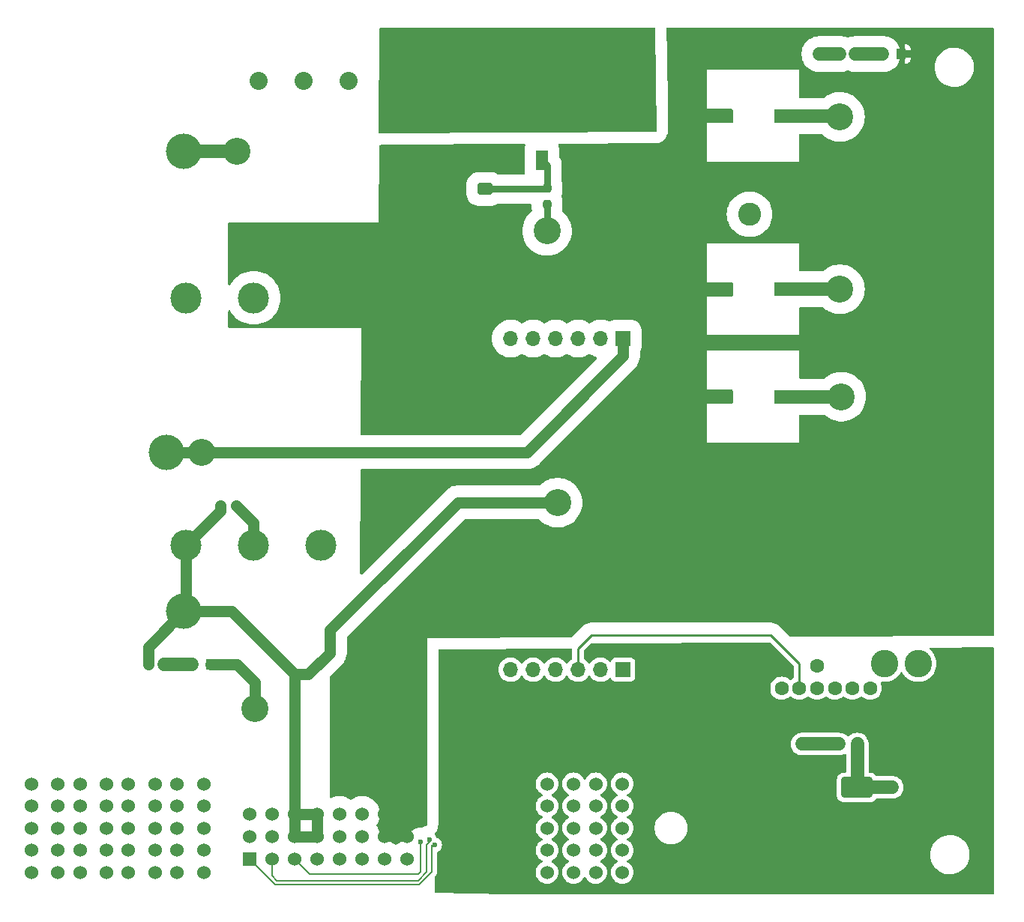
<source format=gtl>
G04 #@! TF.GenerationSoftware,KiCad,Pcbnew,8.0.4*
G04 #@! TF.CreationDate,2025-03-28T19:04:08-04:00*
G04 #@! TF.ProjectId,X17-Power-Slab-Master,5831372d-506f-4776-9572-2d536c61622d,rev?*
G04 #@! TF.SameCoordinates,Original*
G04 #@! TF.FileFunction,Copper,L1,Top*
G04 #@! TF.FilePolarity,Positive*
%FSLAX46Y46*%
G04 Gerber Fmt 4.6, Leading zero omitted, Abs format (unit mm)*
G04 Created by KiCad (PCBNEW 8.0.4) date 2025-03-28 19:04:08*
%MOMM*%
%LPD*%
G01*
G04 APERTURE LIST*
G04 Aperture macros list*
%AMRoundRect*
0 Rectangle with rounded corners*
0 $1 Rounding radius*
0 $2 $3 $4 $5 $6 $7 $8 $9 X,Y pos of 4 corners*
0 Add a 4 corners polygon primitive as box body*
4,1,4,$2,$3,$4,$5,$6,$7,$8,$9,$2,$3,0*
0 Add four circle primitives for the rounded corners*
1,1,$1+$1,$2,$3*
1,1,$1+$1,$4,$5*
1,1,$1+$1,$6,$7*
1,1,$1+$1,$8,$9*
0 Add four rect primitives between the rounded corners*
20,1,$1+$1,$2,$3,$4,$5,0*
20,1,$1+$1,$4,$5,$6,$7,0*
20,1,$1+$1,$6,$7,$8,$9,0*
20,1,$1+$1,$8,$9,$2,$3,0*%
G04 Aperture macros list end*
G04 #@! TA.AperFunction,SMDPad,CuDef*
%ADD10RoundRect,0.250000X-1.500000X-0.900000X1.500000X-0.900000X1.500000X0.900000X-1.500000X0.900000X0*%
G04 #@! TD*
G04 #@! TA.AperFunction,SMDPad,CuDef*
%ADD11C,4.000000*%
G04 #@! TD*
G04 #@! TA.AperFunction,SMDPad,CuDef*
%ADD12RoundRect,0.237500X-0.250000X-0.237500X0.250000X-0.237500X0.250000X0.237500X-0.250000X0.237500X0*%
G04 #@! TD*
G04 #@! TA.AperFunction,ComponentPad*
%ADD13R,1.530000X1.530000*%
G04 #@! TD*
G04 #@! TA.AperFunction,ComponentPad*
%ADD14C,1.530000*%
G04 #@! TD*
G04 #@! TA.AperFunction,ComponentPad*
%ADD15R,1.700000X1.700000*%
G04 #@! TD*
G04 #@! TA.AperFunction,ComponentPad*
%ADD16O,1.700000X1.700000*%
G04 #@! TD*
G04 #@! TA.AperFunction,SMDPad,CuDef*
%ADD17R,1.100000X1.200000*%
G04 #@! TD*
G04 #@! TA.AperFunction,SMDPad,CuDef*
%ADD18RoundRect,0.237500X0.237500X-0.250000X0.237500X0.250000X-0.237500X0.250000X-0.237500X-0.250000X0*%
G04 #@! TD*
G04 #@! TA.AperFunction,SMDPad,CuDef*
%ADD19R,3.606800X1.498600*%
G04 #@! TD*
G04 #@! TA.AperFunction,ComponentPad*
%ADD20C,2.032000*%
G04 #@! TD*
G04 #@! TA.AperFunction,SMDPad,CuDef*
%ADD21RoundRect,0.250000X-0.600000X0.400000X-0.600000X-0.400000X0.600000X-0.400000X0.600000X0.400000X0*%
G04 #@! TD*
G04 #@! TA.AperFunction,SMDPad,CuDef*
%ADD22R,1.400000X2.290000*%
G04 #@! TD*
G04 #@! TA.AperFunction,SMDPad,CuDef*
%ADD23R,5.690000X6.180000*%
G04 #@! TD*
G04 #@! TA.AperFunction,ComponentPad*
%ADD24C,3.500000*%
G04 #@! TD*
G04 #@! TA.AperFunction,ComponentPad*
%ADD25C,2.600000*%
G04 #@! TD*
G04 #@! TA.AperFunction,ComponentPad*
%ADD26C,3.100000*%
G04 #@! TD*
G04 #@! TA.AperFunction,ComponentPad*
%ADD27C,1.600000*%
G04 #@! TD*
G04 #@! TA.AperFunction,ViaPad*
%ADD28C,0.600000*%
G04 #@! TD*
G04 #@! TA.AperFunction,ViaPad*
%ADD29C,3.048000*%
G04 #@! TD*
G04 #@! TA.AperFunction,ViaPad*
%ADD30C,1.270000*%
G04 #@! TD*
G04 #@! TA.AperFunction,Conductor*
%ADD31C,0.200000*%
G04 #@! TD*
G04 #@! TA.AperFunction,Conductor*
%ADD32C,1.270000*%
G04 #@! TD*
G04 #@! TA.AperFunction,Conductor*
%ADD33C,0.762000*%
G04 #@! TD*
G04 #@! TA.AperFunction,Conductor*
%ADD34C,0.279400*%
G04 #@! TD*
G04 #@! TA.AperFunction,Conductor*
%ADD35C,1.524000*%
G04 #@! TD*
G04 APERTURE END LIST*
D10*
X147600000Y-129900000D03*
X153000000Y-129900000D03*
D11*
X77000000Y-58000000D03*
D12*
X81087500Y-98000000D03*
X82912500Y-98000000D03*
D13*
X84410000Y-138000000D03*
D14*
X86950000Y-138000000D03*
X89490000Y-138000000D03*
X92030000Y-138000000D03*
X94570000Y-138000000D03*
X97110000Y-138000000D03*
X99650000Y-138000000D03*
X102190000Y-138000000D03*
X84410000Y-135460000D03*
X86950000Y-135460000D03*
X89490000Y-135460000D03*
X92030000Y-135460000D03*
X94570000Y-135460000D03*
X97110000Y-135460000D03*
X99650000Y-135460000D03*
X102190000Y-135460000D03*
X84410000Y-132920000D03*
X86950000Y-132920000D03*
X89490000Y-132920000D03*
X92030000Y-132920000D03*
X94570000Y-132920000D03*
X97110000Y-132920000D03*
X99650000Y-132920000D03*
X102190000Y-132920000D03*
X59740000Y-129500000D03*
X59740000Y-132000000D03*
X59740000Y-134500000D03*
X59740000Y-137000000D03*
X59740000Y-139500000D03*
X62740000Y-139500000D03*
X62740000Y-137000000D03*
X62740000Y-134500000D03*
X62740000Y-132000000D03*
X62740000Y-129500000D03*
X65240000Y-129500000D03*
X65240000Y-132000000D03*
X65240000Y-134500000D03*
X65240000Y-137000000D03*
X65240000Y-139500000D03*
X68240000Y-139500000D03*
X68240000Y-137000000D03*
X68240000Y-134500000D03*
X68240000Y-132000000D03*
X68240000Y-129500000D03*
X70740000Y-129500000D03*
X70740000Y-132000000D03*
X70740000Y-134500000D03*
X70740000Y-137000000D03*
X70740000Y-139500000D03*
X73740000Y-139500000D03*
X73740000Y-137000000D03*
X73740000Y-134500000D03*
X73740000Y-132000000D03*
X73740000Y-129500000D03*
X76240000Y-129500000D03*
X76240000Y-132000000D03*
X76240000Y-134500000D03*
X76240000Y-137000000D03*
X76240000Y-139500000D03*
X79240000Y-139500000D03*
X79240000Y-137000000D03*
X79240000Y-134500000D03*
X79240000Y-132000000D03*
X79240000Y-129500000D03*
X107000000Y-129500000D03*
X107000000Y-132000000D03*
X107000000Y-134500000D03*
X107000000Y-137000000D03*
X107000000Y-139500000D03*
X110000000Y-139500000D03*
X110000000Y-137000000D03*
X110000000Y-134500000D03*
X110000000Y-132000000D03*
X110000000Y-129500000D03*
X112500000Y-129500000D03*
X112500000Y-132000000D03*
X112500000Y-134500000D03*
X112500000Y-137000000D03*
X112500000Y-139500000D03*
X115500000Y-139500000D03*
X115500000Y-137000000D03*
X115500000Y-134500000D03*
X115500000Y-132000000D03*
X115500000Y-129500000D03*
X118000000Y-129500000D03*
X118000000Y-132000000D03*
X118000000Y-134500000D03*
X118000000Y-137000000D03*
X118000000Y-139500000D03*
X121000000Y-139500000D03*
X121000000Y-137000000D03*
X121000000Y-134500000D03*
X121000000Y-132000000D03*
X121000000Y-129500000D03*
X123500000Y-129500000D03*
X123500000Y-132000000D03*
X123500000Y-134500000D03*
X123500000Y-137000000D03*
X123500000Y-139500000D03*
X126500000Y-139500000D03*
X126500000Y-137000000D03*
X126500000Y-134500000D03*
X126500000Y-132000000D03*
X126500000Y-129500000D03*
D11*
X127400000Y-46800000D03*
X75000000Y-92000000D03*
D15*
X126590000Y-79165000D03*
D16*
X124050000Y-79165000D03*
X121510000Y-79165000D03*
X118970000Y-79165000D03*
X116430000Y-79165000D03*
X113890000Y-79165000D03*
D15*
X126590000Y-116590000D03*
D16*
X124050000Y-116590000D03*
X121510000Y-116590000D03*
X118970000Y-116590000D03*
X116430000Y-116590000D03*
X113890000Y-116590000D03*
D17*
X158000000Y-47000000D03*
X155900000Y-47000000D03*
D12*
X72950000Y-116000000D03*
X74775000Y-116000000D03*
D18*
X118000000Y-64000000D03*
X118000000Y-62175000D03*
D12*
X151037500Y-47000000D03*
X152862500Y-47000000D03*
X144950000Y-125000000D03*
X146775000Y-125000000D03*
D11*
X100600000Y-124200000D03*
D19*
X145440000Y-54000000D03*
X137134200Y-54000000D03*
X145440000Y-85730000D03*
X137134200Y-85730000D03*
D20*
X85420000Y-50000000D03*
X90500000Y-50000000D03*
X95580000Y-50000000D03*
X100660000Y-50000000D03*
X105740000Y-50000000D03*
X110820000Y-50000000D03*
D11*
X152000000Y-138000000D03*
D21*
X111000000Y-62250000D03*
X111000000Y-65750000D03*
D17*
X80000000Y-116000000D03*
X77900000Y-116000000D03*
D11*
X77000000Y-110000000D03*
D17*
X153050000Y-125000000D03*
X150950000Y-125000000D03*
D19*
X145440000Y-73579400D03*
X137134200Y-73579400D03*
D22*
X117430000Y-59000000D03*
D23*
X119715000Y-52565000D03*
D22*
X122000000Y-59000000D03*
D24*
X77260000Y-74560000D03*
X84880000Y-74560000D03*
X92500000Y-74560000D03*
X92500000Y-102500000D03*
X84880000Y-102500000D03*
X77260000Y-102500000D03*
D25*
X140880000Y-65110000D03*
X148500000Y-65110000D03*
X156120000Y-65110000D03*
D26*
X159930000Y-115910000D03*
X156120000Y-115910000D03*
D27*
X148500000Y-116150000D03*
D26*
X140880000Y-115910000D03*
X137070000Y-115910000D03*
D27*
X154500000Y-118690000D03*
X152500000Y-118690000D03*
X150500000Y-118690000D03*
X148500000Y-118690000D03*
X146500000Y-118690000D03*
X144500000Y-118690000D03*
X142500000Y-118690000D03*
D28*
X103680000Y-136040000D03*
D29*
X119200000Y-97710000D03*
D28*
X105328758Y-136395939D03*
X104727716Y-135794897D03*
D29*
X151087100Y-73579400D03*
D30*
X148781250Y-47000000D03*
D29*
X83000000Y-58000000D03*
X151087100Y-54098800D03*
X118000000Y-67000000D03*
X151237700Y-85730000D03*
X79000000Y-92000000D03*
D30*
X157000000Y-129900000D03*
D29*
X85000000Y-121000000D03*
D31*
X103750000Y-139430000D02*
X103750000Y-136110000D01*
X103440000Y-139740000D02*
X103750000Y-139430000D01*
X89490000Y-138000000D02*
X91230000Y-139740000D01*
X103750000Y-136110000D02*
X103680000Y-136040000D01*
X91230000Y-139740000D02*
X103440000Y-139740000D01*
D32*
X77200000Y-109800000D02*
X77200000Y-102560000D01*
X89490000Y-132920000D02*
X89500000Y-132910000D01*
X77200000Y-102560000D02*
X77260000Y-102500000D01*
X72950000Y-116000000D02*
X72950000Y-114050000D01*
X89490000Y-135460000D02*
X89490000Y-132920000D01*
X77000000Y-110000000D02*
X77200000Y-109800000D01*
X92030000Y-135460000D02*
X89490000Y-135460000D01*
X93480000Y-114680000D02*
X93480000Y-112130000D01*
X89500000Y-132910000D02*
X89500000Y-117100000D01*
X93480000Y-112130000D02*
X107920000Y-97690000D01*
X77260000Y-102500000D02*
X81087500Y-98672500D01*
X82400000Y-110000000D02*
X89500000Y-117100000D01*
X92000000Y-132890000D02*
X92030000Y-132920000D01*
X89490000Y-132920000D02*
X92030000Y-132920000D01*
X78100000Y-102500000D02*
X77260000Y-102500000D01*
X107920000Y-97690000D02*
X119230000Y-97690000D01*
X89500000Y-117100000D02*
X91060000Y-117100000D01*
X92030000Y-132920000D02*
X92030000Y-135460000D01*
X81087500Y-98672500D02*
X81087500Y-98000000D01*
X72950000Y-114050000D02*
X77000000Y-110000000D01*
X91060000Y-117100000D02*
X93480000Y-114680000D01*
X77000000Y-110000000D02*
X82400000Y-110000000D01*
D33*
X111000000Y-62250000D02*
X117925000Y-62250000D01*
X118000000Y-59570000D02*
X117430000Y-59000000D01*
X118000000Y-62175000D02*
X118000000Y-59570000D01*
X117925000Y-62250000D02*
X118000000Y-62175000D01*
D34*
X123000000Y-112700000D02*
X121510000Y-114190000D01*
X146500000Y-115900000D02*
X143300000Y-112700000D01*
X146500000Y-118690000D02*
X146500000Y-115900000D01*
X121510000Y-114190000D02*
X121510000Y-116590000D01*
X143300000Y-112700000D02*
X123000000Y-112700000D01*
D31*
X104990000Y-137037000D02*
X104990000Y-136451854D01*
X87305000Y-140895000D02*
X103525000Y-140895000D01*
X103525000Y-140895000D02*
X105000000Y-139420000D01*
X104990000Y-136451854D02*
X105045915Y-136395939D01*
X105045915Y-136395939D02*
X105328758Y-136395939D01*
X84410000Y-138000000D02*
X87305000Y-140895000D01*
X105000000Y-139420000D02*
X105000000Y-137047000D01*
X105000000Y-137047000D02*
X104990000Y-137037000D01*
X87511397Y-140425000D02*
X87491397Y-140445000D01*
X86950000Y-139903603D02*
X86950000Y-138000000D01*
X104727716Y-136077740D02*
X104727716Y-135794897D01*
X103435000Y-140425000D02*
X87511397Y-140425000D01*
X104400000Y-137290000D02*
X104400000Y-136405456D01*
X104400000Y-136405456D02*
X104727716Y-136077740D01*
X104410000Y-137300000D02*
X104410000Y-139450000D01*
X87491397Y-140445000D02*
X86950000Y-139903603D01*
X104410000Y-139450000D02*
X103435000Y-140425000D01*
X104400000Y-137290000D02*
X104410000Y-137300000D01*
D35*
X151087100Y-73579400D02*
X145440000Y-73579400D01*
X83000000Y-58000000D02*
X77000000Y-58000000D01*
X151237700Y-85730000D02*
X145440000Y-85730000D01*
D33*
X118000000Y-67000000D02*
X118000000Y-64000000D01*
D35*
X148781250Y-47000000D02*
X151037500Y-47000000D01*
X151087100Y-54098800D02*
X150988300Y-54000000D01*
X150988300Y-54000000D02*
X145425850Y-54000000D01*
D32*
X126590000Y-81150000D02*
X126590000Y-79165000D01*
X115740000Y-92000000D02*
X126590000Y-81150000D01*
X75000000Y-92000000D02*
X79000000Y-92000000D01*
D35*
X157000000Y-129900000D02*
X153000000Y-129900000D01*
X153050000Y-129850000D02*
X153050000Y-125000000D01*
D32*
X79000000Y-92000000D02*
X115740000Y-92000000D01*
X83000000Y-116000000D02*
X80000000Y-116000000D01*
D35*
X153000000Y-129900000D02*
X153050000Y-129850000D01*
D32*
X85000000Y-118000000D02*
X83000000Y-116000000D01*
X85000000Y-121000000D02*
X85000000Y-118000000D01*
D35*
X111000000Y-50180000D02*
X110820000Y-50000000D01*
X152862500Y-47000000D02*
X155900000Y-47000000D01*
X146775000Y-125000000D02*
X150950000Y-125000000D01*
X74775000Y-116000000D02*
X77900000Y-116000000D01*
D32*
X84880000Y-102500000D02*
X84880000Y-99967500D01*
X84880000Y-99967500D02*
X82912500Y-98000000D01*
G04 #@! TA.AperFunction,Conductor*
G36*
X143229737Y-113550606D02*
G01*
X143250844Y-113567538D01*
X145815481Y-116132174D01*
X145848966Y-116193497D01*
X145851800Y-116219855D01*
X145851800Y-117481941D01*
X145832115Y-117548980D01*
X145798926Y-117583513D01*
X145655700Y-117683802D01*
X145655698Y-117683803D01*
X145655695Y-117683806D01*
X145587681Y-117751821D01*
X145526358Y-117785306D01*
X145456666Y-117780322D01*
X145412319Y-117751821D01*
X145344304Y-117683806D01*
X145344300Y-117683802D01*
X145156749Y-117552477D01*
X145113655Y-117532382D01*
X144949249Y-117455718D01*
X144949238Y-117455714D01*
X144728089Y-117396457D01*
X144728081Y-117396456D01*
X144500002Y-117376502D01*
X144499998Y-117376502D01*
X144271918Y-117396456D01*
X144271910Y-117396457D01*
X144050761Y-117455714D01*
X144050750Y-117455718D01*
X143843254Y-117552475D01*
X143843252Y-117552476D01*
X143785511Y-117592907D01*
X143655700Y-117683802D01*
X143655698Y-117683803D01*
X143655695Y-117683806D01*
X143493806Y-117845695D01*
X143493803Y-117845698D01*
X143493802Y-117845700D01*
X143421455Y-117949022D01*
X143362476Y-118033252D01*
X143362475Y-118033254D01*
X143265718Y-118240750D01*
X143265714Y-118240761D01*
X143206457Y-118461910D01*
X143206456Y-118461918D01*
X143186502Y-118689998D01*
X143186502Y-118690001D01*
X143206456Y-118918081D01*
X143206457Y-118918089D01*
X143265714Y-119139238D01*
X143265718Y-119139249D01*
X143362475Y-119346745D01*
X143362477Y-119346749D01*
X143493802Y-119534300D01*
X143655700Y-119696198D01*
X143843251Y-119827523D01*
X143968091Y-119885736D01*
X144050750Y-119924281D01*
X144050752Y-119924281D01*
X144050757Y-119924284D01*
X144271913Y-119983543D01*
X144434832Y-119997796D01*
X144499998Y-120003498D01*
X144500000Y-120003498D01*
X144500002Y-120003498D01*
X144557021Y-119998509D01*
X144728087Y-119983543D01*
X144949243Y-119924284D01*
X145156749Y-119827523D01*
X145344300Y-119696198D01*
X145412319Y-119628179D01*
X145473642Y-119594694D01*
X145543334Y-119599678D01*
X145587681Y-119628179D01*
X145655700Y-119696198D01*
X145843251Y-119827523D01*
X145968091Y-119885736D01*
X146050750Y-119924281D01*
X146050752Y-119924281D01*
X146050757Y-119924284D01*
X146271913Y-119983543D01*
X146434832Y-119997796D01*
X146499998Y-120003498D01*
X146500000Y-120003498D01*
X146500002Y-120003498D01*
X146557021Y-119998509D01*
X146728087Y-119983543D01*
X146949243Y-119924284D01*
X147156749Y-119827523D01*
X147344300Y-119696198D01*
X147412319Y-119628179D01*
X147473642Y-119594694D01*
X147543334Y-119599678D01*
X147587681Y-119628179D01*
X147655700Y-119696198D01*
X147843251Y-119827523D01*
X147968091Y-119885736D01*
X148050750Y-119924281D01*
X148050752Y-119924281D01*
X148050757Y-119924284D01*
X148271913Y-119983543D01*
X148434832Y-119997796D01*
X148499998Y-120003498D01*
X148500000Y-120003498D01*
X148500002Y-120003498D01*
X148557021Y-119998509D01*
X148728087Y-119983543D01*
X148949243Y-119924284D01*
X149156749Y-119827523D01*
X149344300Y-119696198D01*
X149412319Y-119628179D01*
X149473642Y-119594694D01*
X149543334Y-119599678D01*
X149587681Y-119628179D01*
X149655700Y-119696198D01*
X149843251Y-119827523D01*
X149968091Y-119885736D01*
X150050750Y-119924281D01*
X150050752Y-119924281D01*
X150050757Y-119924284D01*
X150271913Y-119983543D01*
X150434832Y-119997796D01*
X150499998Y-120003498D01*
X150500000Y-120003498D01*
X150500002Y-120003498D01*
X150557021Y-119998509D01*
X150728087Y-119983543D01*
X150949243Y-119924284D01*
X151156749Y-119827523D01*
X151344300Y-119696198D01*
X151412319Y-119628179D01*
X151473642Y-119594694D01*
X151543334Y-119599678D01*
X151587681Y-119628179D01*
X151655700Y-119696198D01*
X151843251Y-119827523D01*
X151968091Y-119885736D01*
X152050750Y-119924281D01*
X152050752Y-119924281D01*
X152050757Y-119924284D01*
X152271913Y-119983543D01*
X152434832Y-119997796D01*
X152499998Y-120003498D01*
X152500000Y-120003498D01*
X152500002Y-120003498D01*
X152557021Y-119998509D01*
X152728087Y-119983543D01*
X152949243Y-119924284D01*
X153156749Y-119827523D01*
X153344300Y-119696198D01*
X153412319Y-119628179D01*
X153473642Y-119594694D01*
X153543334Y-119599678D01*
X153587681Y-119628179D01*
X153655700Y-119696198D01*
X153843251Y-119827523D01*
X153968091Y-119885736D01*
X154050750Y-119924281D01*
X154050752Y-119924281D01*
X154050757Y-119924284D01*
X154271913Y-119983543D01*
X154434832Y-119997796D01*
X154499998Y-120003498D01*
X154500000Y-120003498D01*
X154500002Y-120003498D01*
X154557021Y-119998509D01*
X154728087Y-119983543D01*
X154949243Y-119924284D01*
X155156749Y-119827523D01*
X155344300Y-119696198D01*
X155506198Y-119534300D01*
X155637523Y-119346749D01*
X155734284Y-119139243D01*
X155793543Y-118918087D01*
X155813498Y-118690000D01*
X155793543Y-118461913D01*
X155734284Y-118240757D01*
X155678030Y-118120120D01*
X155667539Y-118051045D01*
X155696059Y-117987261D01*
X155754535Y-117949022D01*
X155807296Y-117944873D01*
X155926655Y-117961278D01*
X155979194Y-117968500D01*
X155979195Y-117968500D01*
X156260806Y-117968500D01*
X156290883Y-117964365D01*
X156539793Y-117930154D01*
X156810960Y-117854176D01*
X157069257Y-117741982D01*
X157309870Y-117595662D01*
X157528319Y-117417941D01*
X157720533Y-117212130D01*
X157882932Y-116982063D01*
X157914902Y-116920362D01*
X157963222Y-116869896D01*
X158031156Y-116853564D01*
X158097136Y-116876553D01*
X158135097Y-116920362D01*
X158167068Y-116982063D01*
X158329467Y-117212130D01*
X158329471Y-117212134D01*
X158329471Y-117212135D01*
X158433063Y-117323054D01*
X158501615Y-117396456D01*
X158521684Y-117417944D01*
X158740123Y-117595657D01*
X158740126Y-117595659D01*
X158740130Y-117595662D01*
X158866359Y-117672423D01*
X158980744Y-117741983D01*
X159190382Y-117833041D01*
X159239040Y-117854176D01*
X159510207Y-117930154D01*
X159755481Y-117963866D01*
X159789194Y-117968500D01*
X159789195Y-117968500D01*
X160070806Y-117968500D01*
X160100883Y-117964365D01*
X160349793Y-117930154D01*
X160620960Y-117854176D01*
X160879257Y-117741982D01*
X161119870Y-117595662D01*
X161338319Y-117417941D01*
X161530533Y-117212130D01*
X161692932Y-116982063D01*
X161822491Y-116732025D01*
X161916797Y-116466674D01*
X161974092Y-116190954D01*
X161993310Y-115910000D01*
X161974092Y-115629046D01*
X161916797Y-115353326D01*
X161912649Y-115341656D01*
X161835000Y-115123171D01*
X161822492Y-115087978D01*
X161822493Y-115087978D01*
X161747603Y-114943447D01*
X161692932Y-114837937D01*
X161530533Y-114607870D01*
X161530528Y-114607864D01*
X161338315Y-114402055D01*
X161246426Y-114327298D01*
X161206845Y-114269721D01*
X161204677Y-114199885D01*
X161240609Y-114139963D01*
X161303233Y-114108979D01*
X161324306Y-114107111D01*
X168375134Y-114086236D01*
X168442230Y-114105722D01*
X168488141Y-114158390D01*
X168499500Y-114210235D01*
X168499500Y-141875500D01*
X168479815Y-141942539D01*
X168427011Y-141988294D01*
X168375500Y-141999500D01*
X113493711Y-141999500D01*
X113491449Y-141999479D01*
X105421738Y-141852221D01*
X105355068Y-141831317D01*
X105310285Y-141777687D01*
X105300000Y-141728242D01*
X105300000Y-140031911D01*
X105319685Y-139964872D01*
X105336319Y-139944230D01*
X105343330Y-139937219D01*
X105486922Y-139793627D01*
X105567032Y-139654873D01*
X105591471Y-139563665D01*
X105608500Y-139500111D01*
X105608500Y-137242183D01*
X105628185Y-137175144D01*
X105675987Y-137132862D01*
X105675877Y-137132687D01*
X105676942Y-137132017D01*
X105678701Y-137130462D01*
X105681770Y-137128984D01*
X105697677Y-137118988D01*
X105836039Y-137032050D01*
X105964869Y-136903220D01*
X106061801Y-136748954D01*
X106121975Y-136576986D01*
X106123576Y-136562780D01*
X106142374Y-136395942D01*
X106142374Y-136395935D01*
X106121976Y-136214897D01*
X106121975Y-136214892D01*
X106061801Y-136042924D01*
X105964869Y-135888658D01*
X105836039Y-135759828D01*
X105821964Y-135750984D01*
X105681770Y-135662893D01*
X105574412Y-135625327D01*
X105517636Y-135584605D01*
X105498325Y-135549240D01*
X105473845Y-135479280D01*
X105460759Y-135441882D01*
X105450783Y-135426006D01*
X105385250Y-135321710D01*
X105363827Y-135287616D01*
X105347431Y-135271220D01*
X105313946Y-135209897D01*
X105318930Y-135140205D01*
X105343071Y-135100447D01*
X105449838Y-134982197D01*
X105570312Y-134787837D01*
X105596261Y-134721986D01*
X105654143Y-134575094D01*
X105654142Y-134575094D01*
X105654145Y-134575089D01*
X105673830Y-134508050D01*
X105705002Y-134376439D01*
X105725500Y-134148690D01*
X105725500Y-129499998D01*
X116721635Y-129499998D01*
X116721635Y-129500001D01*
X116741055Y-129721980D01*
X116741057Y-129721990D01*
X116798727Y-129937219D01*
X116798732Y-129937233D01*
X116892901Y-130139179D01*
X116892907Y-130139189D01*
X117020710Y-130321710D01*
X117020719Y-130321720D01*
X117178279Y-130479280D01*
X117178289Y-130479289D01*
X117340772Y-130593061D01*
X117360817Y-130607097D01*
X117426270Y-130637618D01*
X117478709Y-130683790D01*
X117497861Y-130750984D01*
X117477645Y-130817865D01*
X117426270Y-130862382D01*
X117360818Y-130892903D01*
X117360811Y-130892907D01*
X117178282Y-131020716D01*
X117020716Y-131178282D01*
X116892907Y-131360811D01*
X116892903Y-131360817D01*
X116892903Y-131360818D01*
X116800724Y-131558498D01*
X116798731Y-131562771D01*
X116798727Y-131562780D01*
X116741057Y-131778009D01*
X116741055Y-131778019D01*
X116721635Y-131999998D01*
X116721635Y-132000001D01*
X116741055Y-132221980D01*
X116741057Y-132221990D01*
X116798727Y-132437219D01*
X116798732Y-132437233D01*
X116892901Y-132639179D01*
X116892907Y-132639189D01*
X117020710Y-132821710D01*
X117020719Y-132821720D01*
X117178279Y-132979280D01*
X117178289Y-132979289D01*
X117241766Y-133023736D01*
X117360817Y-133107097D01*
X117400317Y-133125516D01*
X117426270Y-133137618D01*
X117478709Y-133183790D01*
X117497861Y-133250984D01*
X117477645Y-133317865D01*
X117426270Y-133362382D01*
X117360818Y-133392903D01*
X117360811Y-133392907D01*
X117178282Y-133520716D01*
X117020716Y-133678282D01*
X116892907Y-133860811D01*
X116892903Y-133860817D01*
X116798731Y-134062771D01*
X116798727Y-134062780D01*
X116741057Y-134278009D01*
X116741055Y-134278019D01*
X116721635Y-134499998D01*
X116721635Y-134500001D01*
X116741055Y-134721980D01*
X116741057Y-134721990D01*
X116798727Y-134937219D01*
X116798732Y-134937233D01*
X116892901Y-135139179D01*
X116892907Y-135139189D01*
X117020710Y-135321710D01*
X117020719Y-135321720D01*
X117178279Y-135479280D01*
X117178289Y-135479289D01*
X117280673Y-135550979D01*
X117360817Y-135607097D01*
X117399912Y-135625327D01*
X117426270Y-135637618D01*
X117478709Y-135683790D01*
X117497861Y-135750984D01*
X117477645Y-135817865D01*
X117426270Y-135862382D01*
X117360818Y-135892903D01*
X117360811Y-135892907D01*
X117178282Y-136020716D01*
X117020716Y-136178282D01*
X116892907Y-136360811D01*
X116892903Y-136360817D01*
X116798731Y-136562771D01*
X116798727Y-136562780D01*
X116741057Y-136778009D01*
X116741055Y-136778019D01*
X116721635Y-136999998D01*
X116721635Y-137000001D01*
X116741055Y-137221980D01*
X116741057Y-137221990D01*
X116798727Y-137437219D01*
X116798732Y-137437233D01*
X116892901Y-137639179D01*
X116892907Y-137639189D01*
X117020710Y-137821710D01*
X117020719Y-137821720D01*
X117178279Y-137979280D01*
X117178289Y-137979289D01*
X117332364Y-138087174D01*
X117360817Y-138107097D01*
X117426270Y-138137618D01*
X117478709Y-138183790D01*
X117497861Y-138250984D01*
X117477645Y-138317865D01*
X117426270Y-138362382D01*
X117360818Y-138392903D01*
X117360811Y-138392907D01*
X117178282Y-138520716D01*
X117020716Y-138678282D01*
X116892907Y-138860811D01*
X116892903Y-138860817D01*
X116798731Y-139062771D01*
X116798727Y-139062780D01*
X116741057Y-139278009D01*
X116741055Y-139278019D01*
X116721635Y-139499998D01*
X116721635Y-139500001D01*
X116741055Y-139721980D01*
X116741057Y-139721990D01*
X116798727Y-139937219D01*
X116798732Y-139937233D01*
X116892901Y-140139179D01*
X116892907Y-140139189D01*
X117020710Y-140321710D01*
X117020719Y-140321720D01*
X117178279Y-140479280D01*
X117178289Y-140479289D01*
X117340772Y-140593061D01*
X117360817Y-140607097D01*
X117473996Y-140659873D01*
X117562766Y-140701267D01*
X117562768Y-140701267D01*
X117562773Y-140701270D01*
X117778014Y-140758944D01*
X117936575Y-140772816D01*
X117999998Y-140778365D01*
X118000000Y-140778365D01*
X118000002Y-140778365D01*
X118055496Y-140773509D01*
X118221986Y-140758944D01*
X118437227Y-140701270D01*
X118639183Y-140607097D01*
X118821717Y-140479284D01*
X118979284Y-140321717D01*
X119107097Y-140139183D01*
X119201270Y-139937227D01*
X119258944Y-139721986D01*
X119278355Y-139500110D01*
X119278365Y-139500001D01*
X119278365Y-139499998D01*
X119267282Y-139373323D01*
X119258944Y-139278014D01*
X119201270Y-139062773D01*
X119107097Y-138860818D01*
X118979284Y-138678283D01*
X118821717Y-138520716D01*
X118821715Y-138520714D01*
X118821710Y-138520710D01*
X118639189Y-138392907D01*
X118639186Y-138392905D01*
X118639183Y-138392903D01*
X118573729Y-138362381D01*
X118521290Y-138316210D01*
X118502138Y-138249017D01*
X118522353Y-138182136D01*
X118573730Y-138137618D01*
X118639183Y-138107097D01*
X118821717Y-137979284D01*
X118979284Y-137821717D01*
X119107097Y-137639183D01*
X119201270Y-137437227D01*
X119258944Y-137221986D01*
X119278365Y-137000000D01*
X119258944Y-136778014D01*
X119201270Y-136562773D01*
X119107097Y-136360818D01*
X118979284Y-136178283D01*
X118821717Y-136020716D01*
X118821715Y-136020714D01*
X118821710Y-136020710D01*
X118639189Y-135892907D01*
X118639186Y-135892905D01*
X118639183Y-135892903D01*
X118630077Y-135888657D01*
X118573730Y-135862382D01*
X118521290Y-135816210D01*
X118502138Y-135749017D01*
X118522353Y-135682136D01*
X118573730Y-135637618D01*
X118597195Y-135626676D01*
X118639183Y-135607097D01*
X118814996Y-135483990D01*
X118821710Y-135479289D01*
X118821710Y-135479288D01*
X118821717Y-135479284D01*
X118979284Y-135321717D01*
X118980337Y-135320214D01*
X119014643Y-135271220D01*
X119107097Y-135139183D01*
X119201270Y-134937227D01*
X119258944Y-134721986D01*
X119278365Y-134500000D01*
X119258944Y-134278014D01*
X119201270Y-134062773D01*
X119107097Y-133860818D01*
X118979284Y-133678283D01*
X118821717Y-133520716D01*
X118821715Y-133520714D01*
X118821710Y-133520710D01*
X118639189Y-133392907D01*
X118639186Y-133392905D01*
X118639183Y-133392903D01*
X118573729Y-133362381D01*
X118521290Y-133316210D01*
X118502138Y-133249017D01*
X118522353Y-133182136D01*
X118573730Y-133137618D01*
X118639183Y-133107097D01*
X118821717Y-132979284D01*
X118979284Y-132821717D01*
X119107097Y-132639183D01*
X119201270Y-132437227D01*
X119258944Y-132221986D01*
X119278365Y-132000000D01*
X119258944Y-131778014D01*
X119201270Y-131562773D01*
X119107097Y-131360818D01*
X118979284Y-131178283D01*
X118821717Y-131020716D01*
X118821715Y-131020714D01*
X118821710Y-131020710D01*
X118639189Y-130892907D01*
X118639186Y-130892905D01*
X118639183Y-130892903D01*
X118573729Y-130862381D01*
X118521290Y-130816210D01*
X118502138Y-130749017D01*
X118522353Y-130682136D01*
X118573730Y-130637618D01*
X118639183Y-130607097D01*
X118821717Y-130479284D01*
X118979284Y-130321717D01*
X119107097Y-130139183D01*
X119201270Y-129937227D01*
X119258944Y-129721986D01*
X119278365Y-129500000D01*
X119278365Y-129499998D01*
X119721635Y-129499998D01*
X119721635Y-129500001D01*
X119741055Y-129721980D01*
X119741057Y-129721990D01*
X119798727Y-129937219D01*
X119798732Y-129937233D01*
X119892901Y-130139179D01*
X119892907Y-130139189D01*
X120020710Y-130321710D01*
X120020719Y-130321720D01*
X120178279Y-130479280D01*
X120178289Y-130479289D01*
X120340772Y-130593061D01*
X120360817Y-130607097D01*
X120426270Y-130637618D01*
X120478709Y-130683790D01*
X120497861Y-130750984D01*
X120477645Y-130817865D01*
X120426270Y-130862382D01*
X120360818Y-130892903D01*
X120360811Y-130892907D01*
X120178282Y-131020716D01*
X120020716Y-131178282D01*
X119892907Y-131360811D01*
X119892903Y-131360817D01*
X119892903Y-131360818D01*
X119800724Y-131558498D01*
X119798731Y-131562771D01*
X119798727Y-131562780D01*
X119741057Y-131778009D01*
X119741055Y-131778019D01*
X119721635Y-131999998D01*
X119721635Y-132000001D01*
X119741055Y-132221980D01*
X119741057Y-132221990D01*
X119798727Y-132437219D01*
X119798732Y-132437233D01*
X119892901Y-132639179D01*
X119892907Y-132639189D01*
X120020710Y-132821710D01*
X120020719Y-132821720D01*
X120178279Y-132979280D01*
X120178289Y-132979289D01*
X120241766Y-133023736D01*
X120360817Y-133107097D01*
X120400317Y-133125516D01*
X120426270Y-133137618D01*
X120478709Y-133183790D01*
X120497861Y-133250984D01*
X120477645Y-133317865D01*
X120426270Y-133362382D01*
X120360818Y-133392903D01*
X120360811Y-133392907D01*
X120178282Y-133520716D01*
X120020716Y-133678282D01*
X119892907Y-133860811D01*
X119892903Y-133860817D01*
X119798731Y-134062771D01*
X119798727Y-134062780D01*
X119741057Y-134278009D01*
X119741055Y-134278019D01*
X119721635Y-134499998D01*
X119721635Y-134500001D01*
X119741055Y-134721980D01*
X119741057Y-134721990D01*
X119798727Y-134937219D01*
X119798732Y-134937233D01*
X119892901Y-135139179D01*
X119892907Y-135139189D01*
X120020710Y-135321710D01*
X120020719Y-135321720D01*
X120178279Y-135479280D01*
X120178289Y-135479289D01*
X120280673Y-135550979D01*
X120360817Y-135607097D01*
X120399912Y-135625327D01*
X120426270Y-135637618D01*
X120478709Y-135683790D01*
X120497861Y-135750984D01*
X120477645Y-135817865D01*
X120426270Y-135862382D01*
X120360818Y-135892903D01*
X120360811Y-135892907D01*
X120178282Y-136020716D01*
X120020716Y-136178282D01*
X119892907Y-136360811D01*
X119892903Y-136360817D01*
X119798731Y-136562771D01*
X119798727Y-136562780D01*
X119741057Y-136778009D01*
X119741055Y-136778019D01*
X119721635Y-136999998D01*
X119721635Y-137000001D01*
X119741055Y-137221980D01*
X119741057Y-137221990D01*
X119798727Y-137437219D01*
X119798732Y-137437233D01*
X119892901Y-137639179D01*
X119892907Y-137639189D01*
X120020710Y-137821710D01*
X120020719Y-137821720D01*
X120178279Y-137979280D01*
X120178289Y-137979289D01*
X120332364Y-138087174D01*
X120360817Y-138107097D01*
X120426270Y-138137618D01*
X120478709Y-138183790D01*
X120497861Y-138250984D01*
X120477645Y-138317865D01*
X120426270Y-138362382D01*
X120360818Y-138392903D01*
X120360811Y-138392907D01*
X120178282Y-138520716D01*
X120020716Y-138678282D01*
X119892907Y-138860811D01*
X119892903Y-138860817D01*
X119798731Y-139062771D01*
X119798727Y-139062780D01*
X119741057Y-139278009D01*
X119741055Y-139278019D01*
X119721635Y-139499998D01*
X119721635Y-139500001D01*
X119741055Y-139721980D01*
X119741057Y-139721990D01*
X119798727Y-139937219D01*
X119798732Y-139937233D01*
X119892901Y-140139179D01*
X119892907Y-140139189D01*
X120020710Y-140321710D01*
X120020719Y-140321720D01*
X120178279Y-140479280D01*
X120178289Y-140479289D01*
X120340772Y-140593061D01*
X120360817Y-140607097D01*
X120473996Y-140659873D01*
X120562766Y-140701267D01*
X120562768Y-140701267D01*
X120562773Y-140701270D01*
X120778014Y-140758944D01*
X120936575Y-140772816D01*
X120999998Y-140778365D01*
X121000000Y-140778365D01*
X121000002Y-140778365D01*
X121055496Y-140773509D01*
X121221986Y-140758944D01*
X121437227Y-140701270D01*
X121639183Y-140607097D01*
X121821717Y-140479284D01*
X121979284Y-140321717D01*
X122107097Y-140139183D01*
X122137618Y-140073729D01*
X122183790Y-140021290D01*
X122250983Y-140002138D01*
X122317864Y-140022353D01*
X122362382Y-140073730D01*
X122392901Y-140139179D01*
X122392907Y-140139189D01*
X122520710Y-140321710D01*
X122520719Y-140321720D01*
X122678279Y-140479280D01*
X122678289Y-140479289D01*
X122840772Y-140593061D01*
X122860817Y-140607097D01*
X122973996Y-140659873D01*
X123062766Y-140701267D01*
X123062768Y-140701267D01*
X123062773Y-140701270D01*
X123278014Y-140758944D01*
X123436575Y-140772816D01*
X123499998Y-140778365D01*
X123500000Y-140778365D01*
X123500002Y-140778365D01*
X123555496Y-140773509D01*
X123721986Y-140758944D01*
X123937227Y-140701270D01*
X124139183Y-140607097D01*
X124321717Y-140479284D01*
X124479284Y-140321717D01*
X124607097Y-140139183D01*
X124701270Y-139937227D01*
X124758944Y-139721986D01*
X124778355Y-139500110D01*
X124778365Y-139500001D01*
X124778365Y-139499998D01*
X124767282Y-139373323D01*
X124758944Y-139278014D01*
X124701270Y-139062773D01*
X124607097Y-138860818D01*
X124479284Y-138678283D01*
X124321717Y-138520716D01*
X124321715Y-138520714D01*
X124321710Y-138520710D01*
X124139189Y-138392907D01*
X124139186Y-138392905D01*
X124139183Y-138392903D01*
X124073729Y-138362381D01*
X124021290Y-138316210D01*
X124002138Y-138249017D01*
X124022353Y-138182136D01*
X124073730Y-138137618D01*
X124139183Y-138107097D01*
X124321717Y-137979284D01*
X124479284Y-137821717D01*
X124607097Y-137639183D01*
X124701270Y-137437227D01*
X124758944Y-137221986D01*
X124778365Y-137000000D01*
X124758944Y-136778014D01*
X124701270Y-136562773D01*
X124607097Y-136360818D01*
X124479284Y-136178283D01*
X124321717Y-136020716D01*
X124321715Y-136020714D01*
X124321710Y-136020710D01*
X124139189Y-135892907D01*
X124139186Y-135892905D01*
X124139183Y-135892903D01*
X124130077Y-135888657D01*
X124073730Y-135862382D01*
X124021290Y-135816210D01*
X124002138Y-135749017D01*
X124022353Y-135682136D01*
X124073730Y-135637618D01*
X124097195Y-135626676D01*
X124139183Y-135607097D01*
X124314996Y-135483990D01*
X124321710Y-135479289D01*
X124321710Y-135479288D01*
X124321717Y-135479284D01*
X124479284Y-135321717D01*
X124480337Y-135320214D01*
X124514643Y-135271220D01*
X124607097Y-135139183D01*
X124701270Y-134937227D01*
X124758944Y-134721986D01*
X124778365Y-134500000D01*
X124758944Y-134278014D01*
X124701270Y-134062773D01*
X124607097Y-133860818D01*
X124479284Y-133678283D01*
X124321717Y-133520716D01*
X124321715Y-133520714D01*
X124321710Y-133520710D01*
X124139189Y-133392907D01*
X124139186Y-133392905D01*
X124139183Y-133392903D01*
X124073729Y-133362381D01*
X124021290Y-133316210D01*
X124002138Y-133249017D01*
X124022353Y-133182136D01*
X124073730Y-133137618D01*
X124139183Y-133107097D01*
X124321717Y-132979284D01*
X124479284Y-132821717D01*
X124607097Y-132639183D01*
X124701270Y-132437227D01*
X124758944Y-132221986D01*
X124778365Y-132000000D01*
X124758944Y-131778014D01*
X124701270Y-131562773D01*
X124607097Y-131360818D01*
X124479284Y-131178283D01*
X124321717Y-131020716D01*
X124321715Y-131020714D01*
X124321710Y-131020710D01*
X124139189Y-130892907D01*
X124139186Y-130892905D01*
X124139183Y-130892903D01*
X124073729Y-130862381D01*
X124021290Y-130816210D01*
X124002138Y-130749017D01*
X124022353Y-130682136D01*
X124073730Y-130637618D01*
X124139183Y-130607097D01*
X124321717Y-130479284D01*
X124479284Y-130321717D01*
X124607097Y-130139183D01*
X124701270Y-129937227D01*
X124758944Y-129721986D01*
X124778365Y-129500000D01*
X124778365Y-129499998D01*
X125221635Y-129499998D01*
X125221635Y-129500001D01*
X125241055Y-129721980D01*
X125241057Y-129721990D01*
X125298727Y-129937219D01*
X125298732Y-129937233D01*
X125392901Y-130139179D01*
X125392907Y-130139189D01*
X125520710Y-130321710D01*
X125520719Y-130321720D01*
X125678279Y-130479280D01*
X125678289Y-130479289D01*
X125840772Y-130593061D01*
X125860817Y-130607097D01*
X125926270Y-130637618D01*
X125978709Y-130683790D01*
X125997861Y-130750984D01*
X125977645Y-130817865D01*
X125926270Y-130862382D01*
X125860818Y-130892903D01*
X125860811Y-130892907D01*
X125678282Y-131020716D01*
X125520716Y-131178282D01*
X125392907Y-131360811D01*
X125392903Y-131360817D01*
X125392903Y-131360818D01*
X125300724Y-131558498D01*
X125298731Y-131562771D01*
X125298727Y-131562780D01*
X125241057Y-131778009D01*
X125241055Y-131778019D01*
X125221635Y-131999998D01*
X125221635Y-132000001D01*
X125241055Y-132221980D01*
X125241057Y-132221990D01*
X125298727Y-132437219D01*
X125298732Y-132437233D01*
X125392901Y-132639179D01*
X125392907Y-132639189D01*
X125520710Y-132821710D01*
X125520719Y-132821720D01*
X125678279Y-132979280D01*
X125678289Y-132979289D01*
X125741766Y-133023736D01*
X125860817Y-133107097D01*
X125900317Y-133125516D01*
X125926270Y-133137618D01*
X125978709Y-133183790D01*
X125997861Y-133250984D01*
X125977645Y-133317865D01*
X125926270Y-133362382D01*
X125860818Y-133392903D01*
X125860811Y-133392907D01*
X125678282Y-133520716D01*
X125520716Y-133678282D01*
X125392907Y-133860811D01*
X125392903Y-133860817D01*
X125298731Y-134062771D01*
X125298727Y-134062780D01*
X125241057Y-134278009D01*
X125241055Y-134278019D01*
X125221635Y-134499998D01*
X125221635Y-134500001D01*
X125241055Y-134721980D01*
X125241057Y-134721990D01*
X125298727Y-134937219D01*
X125298732Y-134937233D01*
X125392901Y-135139179D01*
X125392907Y-135139189D01*
X125520710Y-135321710D01*
X125520719Y-135321720D01*
X125678279Y-135479280D01*
X125678289Y-135479289D01*
X125780673Y-135550979D01*
X125860817Y-135607097D01*
X125899912Y-135625327D01*
X125926270Y-135637618D01*
X125978709Y-135683790D01*
X125997861Y-135750984D01*
X125977645Y-135817865D01*
X125926270Y-135862382D01*
X125860818Y-135892903D01*
X125860811Y-135892907D01*
X125678282Y-136020716D01*
X125520716Y-136178282D01*
X125392907Y-136360811D01*
X125392903Y-136360817D01*
X125298731Y-136562771D01*
X125298727Y-136562780D01*
X125241057Y-136778009D01*
X125241055Y-136778019D01*
X125221635Y-136999998D01*
X125221635Y-137000001D01*
X125241055Y-137221980D01*
X125241057Y-137221990D01*
X125298727Y-137437219D01*
X125298732Y-137437233D01*
X125392901Y-137639179D01*
X125392907Y-137639189D01*
X125520710Y-137821710D01*
X125520719Y-137821720D01*
X125678279Y-137979280D01*
X125678289Y-137979289D01*
X125832364Y-138087174D01*
X125860817Y-138107097D01*
X125926270Y-138137618D01*
X125978709Y-138183790D01*
X125997861Y-138250984D01*
X125977645Y-138317865D01*
X125926270Y-138362382D01*
X125860818Y-138392903D01*
X125860811Y-138392907D01*
X125678282Y-138520716D01*
X125520716Y-138678282D01*
X125392907Y-138860811D01*
X125392903Y-138860817D01*
X125298731Y-139062771D01*
X125298727Y-139062780D01*
X125241057Y-139278009D01*
X125241055Y-139278019D01*
X125221635Y-139499998D01*
X125221635Y-139500001D01*
X125241055Y-139721980D01*
X125241057Y-139721990D01*
X125298727Y-139937219D01*
X125298732Y-139937233D01*
X125392901Y-140139179D01*
X125392907Y-140139189D01*
X125520710Y-140321710D01*
X125520719Y-140321720D01*
X125678279Y-140479280D01*
X125678289Y-140479289D01*
X125840772Y-140593061D01*
X125860817Y-140607097D01*
X125973996Y-140659873D01*
X126062766Y-140701267D01*
X126062768Y-140701267D01*
X126062773Y-140701270D01*
X126278014Y-140758944D01*
X126436575Y-140772816D01*
X126499998Y-140778365D01*
X126500000Y-140778365D01*
X126500002Y-140778365D01*
X126555496Y-140773509D01*
X126721986Y-140758944D01*
X126937227Y-140701270D01*
X127139183Y-140607097D01*
X127321717Y-140479284D01*
X127479284Y-140321717D01*
X127607097Y-140139183D01*
X127701270Y-139937227D01*
X127758944Y-139721986D01*
X127778355Y-139500110D01*
X127778365Y-139500001D01*
X127778365Y-139499998D01*
X127767282Y-139373323D01*
X127758944Y-139278014D01*
X127701270Y-139062773D01*
X127607097Y-138860818D01*
X127479284Y-138678283D01*
X127321717Y-138520716D01*
X127321715Y-138520714D01*
X127321710Y-138520710D01*
X127139189Y-138392907D01*
X127139186Y-138392905D01*
X127139183Y-138392903D01*
X127073729Y-138362381D01*
X127021290Y-138316210D01*
X127002138Y-138249017D01*
X127022353Y-138182136D01*
X127073730Y-138137618D01*
X127139183Y-138107097D01*
X127321717Y-137979284D01*
X127479284Y-137821717D01*
X127607097Y-137639183D01*
X127672000Y-137499998D01*
X161277500Y-137499998D01*
X161277500Y-137500001D01*
X161297329Y-137796226D01*
X161297331Y-137796236D01*
X161356467Y-138087176D01*
X161413348Y-138250984D01*
X161453856Y-138367640D01*
X161587757Y-138632623D01*
X161755783Y-138877394D01*
X161755785Y-138877396D01*
X161755789Y-138877402D01*
X161755792Y-138877404D01*
X161954935Y-139097586D01*
X162181658Y-139289268D01*
X162431907Y-139449021D01*
X162701216Y-139573994D01*
X162984780Y-139661956D01*
X163277537Y-139711338D01*
X163574265Y-139721259D01*
X163869667Y-139691541D01*
X164158472Y-139622715D01*
X164158475Y-139622713D01*
X164158479Y-139622713D01*
X164311796Y-139563664D01*
X164435528Y-139516010D01*
X164695888Y-139373328D01*
X164934908Y-139197217D01*
X165148322Y-138990819D01*
X165332321Y-138757817D01*
X165483623Y-138502370D01*
X165599527Y-138229035D01*
X165677965Y-137942691D01*
X165717537Y-137648447D01*
X165717537Y-137351553D01*
X165677965Y-137057309D01*
X165599527Y-136770965D01*
X165483623Y-136497630D01*
X165402585Y-136360811D01*
X165332321Y-136242182D01*
X165148321Y-136009180D01*
X165041282Y-135905660D01*
X164934908Y-135802783D01*
X164809974Y-135710731D01*
X164695894Y-135626676D01*
X164695891Y-135626674D01*
X164695888Y-135626672D01*
X164435528Y-135483990D01*
X164435523Y-135483988D01*
X164435521Y-135483987D01*
X164158479Y-135377286D01*
X164158474Y-135377285D01*
X163869667Y-135308459D01*
X163869664Y-135308458D01*
X163574269Y-135278741D01*
X163574265Y-135278741D01*
X163308852Y-135287615D01*
X163277537Y-135288662D01*
X162984779Y-135338044D01*
X162858278Y-135377285D01*
X162701216Y-135426006D01*
X162701209Y-135426009D01*
X162701207Y-135426010D01*
X162431911Y-135550976D01*
X162181658Y-135710731D01*
X162181656Y-135710733D01*
X161954933Y-135902415D01*
X161755792Y-136122595D01*
X161755789Y-136122597D01*
X161587755Y-136367380D01*
X161532036Y-136477646D01*
X161453856Y-136632360D01*
X161453854Y-136632363D01*
X161453854Y-136632365D01*
X161356467Y-136912823D01*
X161297331Y-137203763D01*
X161297329Y-137203773D01*
X161277500Y-137499998D01*
X127672000Y-137499998D01*
X127701270Y-137437227D01*
X127758944Y-137221986D01*
X127778365Y-137000000D01*
X127758944Y-136778014D01*
X127701270Y-136562773D01*
X127607097Y-136360818D01*
X127479284Y-136178283D01*
X127321717Y-136020716D01*
X127321715Y-136020714D01*
X127321710Y-136020710D01*
X127139189Y-135892907D01*
X127139186Y-135892905D01*
X127139183Y-135892903D01*
X127130077Y-135888657D01*
X127073730Y-135862382D01*
X127021290Y-135816210D01*
X127002138Y-135749017D01*
X127022353Y-135682136D01*
X127073730Y-135637618D01*
X127097195Y-135626676D01*
X127139183Y-135607097D01*
X127314996Y-135483990D01*
X127321710Y-135479289D01*
X127321710Y-135479288D01*
X127321717Y-135479284D01*
X127479284Y-135321717D01*
X127480337Y-135320214D01*
X127514643Y-135271220D01*
X127607097Y-135139183D01*
X127701270Y-134937227D01*
X127758944Y-134721986D01*
X127778365Y-134500000D01*
X127767754Y-134378711D01*
X130149500Y-134378711D01*
X130149500Y-134621288D01*
X130181161Y-134861785D01*
X130243947Y-135096104D01*
X130336773Y-135320205D01*
X130336777Y-135320214D01*
X130347071Y-135338044D01*
X130458064Y-135530289D01*
X130458066Y-135530292D01*
X130458067Y-135530293D01*
X130605733Y-135722736D01*
X130605739Y-135722743D01*
X130777256Y-135894260D01*
X130777262Y-135894265D01*
X130969711Y-136041936D01*
X131179788Y-136163224D01*
X131403900Y-136256054D01*
X131638211Y-136318838D01*
X131818586Y-136342584D01*
X131878711Y-136350500D01*
X131878712Y-136350500D01*
X132121289Y-136350500D01*
X132169388Y-136344167D01*
X132361789Y-136318838D01*
X132596100Y-136256054D01*
X132820212Y-136163224D01*
X133030289Y-136041936D01*
X133222738Y-135894265D01*
X133394265Y-135722738D01*
X133541936Y-135530289D01*
X133663224Y-135320212D01*
X133756054Y-135096100D01*
X133818838Y-134861789D01*
X133850500Y-134621288D01*
X133850500Y-134378712D01*
X133818838Y-134138211D01*
X133756054Y-133903900D01*
X133663224Y-133679788D01*
X133541936Y-133469711D01*
X133394265Y-133277262D01*
X133394260Y-133277256D01*
X133222743Y-133105739D01*
X133222736Y-133105733D01*
X133030293Y-132958067D01*
X133030292Y-132958066D01*
X133030289Y-132958064D01*
X132820212Y-132836776D01*
X132783864Y-132821720D01*
X132596104Y-132743947D01*
X132361785Y-132681161D01*
X132121289Y-132649500D01*
X132121288Y-132649500D01*
X131878712Y-132649500D01*
X131878711Y-132649500D01*
X131638214Y-132681161D01*
X131403895Y-132743947D01*
X131179794Y-132836773D01*
X131179785Y-132836777D01*
X130969706Y-132958067D01*
X130777263Y-133105733D01*
X130777256Y-133105739D01*
X130605739Y-133277256D01*
X130605733Y-133277263D01*
X130458067Y-133469706D01*
X130336777Y-133679785D01*
X130336773Y-133679794D01*
X130243947Y-133903895D01*
X130181161Y-134138214D01*
X130149500Y-134378711D01*
X127767754Y-134378711D01*
X127758944Y-134278014D01*
X127701270Y-134062773D01*
X127607097Y-133860818D01*
X127479284Y-133678283D01*
X127321717Y-133520716D01*
X127321715Y-133520714D01*
X127321710Y-133520710D01*
X127139189Y-133392907D01*
X127139186Y-133392905D01*
X127139183Y-133392903D01*
X127073729Y-133362381D01*
X127021290Y-133316210D01*
X127002138Y-133249017D01*
X127022353Y-133182136D01*
X127073730Y-133137618D01*
X127139183Y-133107097D01*
X127321717Y-132979284D01*
X127479284Y-132821717D01*
X127607097Y-132639183D01*
X127701270Y-132437227D01*
X127758944Y-132221986D01*
X127778365Y-132000000D01*
X127758944Y-131778014D01*
X127701270Y-131562773D01*
X127607097Y-131360818D01*
X127479284Y-131178283D01*
X127321717Y-131020716D01*
X127321715Y-131020714D01*
X127321710Y-131020710D01*
X127139189Y-130892907D01*
X127139186Y-130892905D01*
X127139183Y-130892903D01*
X127073729Y-130862381D01*
X127021290Y-130816210D01*
X127002138Y-130749017D01*
X127022353Y-130682136D01*
X127073730Y-130637618D01*
X127139183Y-130607097D01*
X127321717Y-130479284D01*
X127479284Y-130321717D01*
X127607097Y-130139183D01*
X127701270Y-129937227D01*
X127758944Y-129721986D01*
X127778365Y-129500000D01*
X127758944Y-129278014D01*
X127710411Y-129096890D01*
X127701272Y-129062780D01*
X127701271Y-129062779D01*
X127701270Y-129062773D01*
X127607097Y-128860818D01*
X127479284Y-128678283D01*
X127321717Y-128520716D01*
X127321715Y-128520714D01*
X127321710Y-128520710D01*
X127139189Y-128392907D01*
X127139186Y-128392905D01*
X127139183Y-128392903D01*
X127139179Y-128392901D01*
X126937233Y-128298732D01*
X126937219Y-128298727D01*
X126721990Y-128241057D01*
X126721988Y-128241056D01*
X126721986Y-128241056D01*
X126721984Y-128241055D01*
X126721980Y-128241055D01*
X126500002Y-128221635D01*
X126499998Y-128221635D01*
X126278019Y-128241055D01*
X126278009Y-128241057D01*
X126062780Y-128298727D01*
X126062771Y-128298731D01*
X125860817Y-128392903D01*
X125860811Y-128392907D01*
X125678282Y-128520716D01*
X125520716Y-128678282D01*
X125392907Y-128860811D01*
X125392903Y-128860817D01*
X125298731Y-129062771D01*
X125298727Y-129062780D01*
X125241057Y-129278009D01*
X125241055Y-129278019D01*
X125221635Y-129499998D01*
X124778365Y-129499998D01*
X124758944Y-129278014D01*
X124710411Y-129096890D01*
X124701272Y-129062780D01*
X124701271Y-129062779D01*
X124701270Y-129062773D01*
X124607097Y-128860818D01*
X124479284Y-128678283D01*
X124321717Y-128520716D01*
X124321715Y-128520714D01*
X124321710Y-128520710D01*
X124139189Y-128392907D01*
X124139186Y-128392905D01*
X124139183Y-128392903D01*
X124139179Y-128392901D01*
X123937233Y-128298732D01*
X123937219Y-128298727D01*
X123721990Y-128241057D01*
X123721988Y-128241056D01*
X123721986Y-128241056D01*
X123721984Y-128241055D01*
X123721980Y-128241055D01*
X123500002Y-128221635D01*
X123499998Y-128221635D01*
X123278019Y-128241055D01*
X123278009Y-128241057D01*
X123062780Y-128298727D01*
X123062771Y-128298731D01*
X122860817Y-128392903D01*
X122860811Y-128392907D01*
X122678282Y-128520716D01*
X122520716Y-128678282D01*
X122392907Y-128860811D01*
X122392903Y-128860817D01*
X122362382Y-128926271D01*
X122316210Y-128978710D01*
X122249016Y-128997862D01*
X122182135Y-128977646D01*
X122137618Y-128926271D01*
X122107097Y-128860818D01*
X121979284Y-128678283D01*
X121821717Y-128520716D01*
X121821715Y-128520714D01*
X121821710Y-128520710D01*
X121639189Y-128392907D01*
X121639186Y-128392905D01*
X121639183Y-128392903D01*
X121639179Y-128392901D01*
X121437233Y-128298732D01*
X121437219Y-128298727D01*
X121221990Y-128241057D01*
X121221988Y-128241056D01*
X121221986Y-128241056D01*
X121221984Y-128241055D01*
X121221980Y-128241055D01*
X121000002Y-128221635D01*
X120999998Y-128221635D01*
X120778019Y-128241055D01*
X120778009Y-128241057D01*
X120562780Y-128298727D01*
X120562771Y-128298731D01*
X120360817Y-128392903D01*
X120360811Y-128392907D01*
X120178282Y-128520716D01*
X120020716Y-128678282D01*
X119892907Y-128860811D01*
X119892903Y-128860817D01*
X119798731Y-129062771D01*
X119798727Y-129062780D01*
X119741057Y-129278009D01*
X119741055Y-129278019D01*
X119721635Y-129499998D01*
X119278365Y-129499998D01*
X119258944Y-129278014D01*
X119210411Y-129096890D01*
X119201272Y-129062780D01*
X119201271Y-129062779D01*
X119201270Y-129062773D01*
X119107097Y-128860818D01*
X118979284Y-128678283D01*
X118821717Y-128520716D01*
X118821715Y-128520714D01*
X118821710Y-128520710D01*
X118639189Y-128392907D01*
X118639186Y-128392905D01*
X118639183Y-128392903D01*
X118639179Y-128392901D01*
X118437233Y-128298732D01*
X118437219Y-128298727D01*
X118221990Y-128241057D01*
X118221988Y-128241056D01*
X118221986Y-128241056D01*
X118221984Y-128241055D01*
X118221980Y-128241055D01*
X118000002Y-128221635D01*
X117999998Y-128221635D01*
X117778019Y-128241055D01*
X117778009Y-128241057D01*
X117562780Y-128298727D01*
X117562771Y-128298731D01*
X117360817Y-128392903D01*
X117360811Y-128392907D01*
X117178282Y-128520716D01*
X117020716Y-128678282D01*
X116892907Y-128860811D01*
X116892903Y-128860817D01*
X116798731Y-129062771D01*
X116798727Y-129062780D01*
X116741057Y-129278009D01*
X116741055Y-129278019D01*
X116721635Y-129499998D01*
X105725500Y-129499998D01*
X105725500Y-124900009D01*
X145504500Y-124900009D01*
X145504500Y-125099990D01*
X145535784Y-125297511D01*
X145597579Y-125487700D01*
X145597581Y-125487703D01*
X145688371Y-125665887D01*
X145805917Y-125827675D01*
X145947325Y-125969083D01*
X146109113Y-126086629D01*
X146287295Y-126177418D01*
X146287299Y-126177420D01*
X146382393Y-126208317D01*
X146477490Y-126239216D01*
X146675009Y-126270500D01*
X146675010Y-126270500D01*
X151049990Y-126270500D01*
X151049991Y-126270500D01*
X151247510Y-126239216D01*
X151437703Y-126177419D01*
X151559125Y-126115550D01*
X151602169Y-126102745D01*
X151604822Y-126102459D01*
X151609201Y-126101989D01*
X151612158Y-126100885D01*
X151614616Y-126100709D01*
X151616749Y-126100206D01*
X151616830Y-126100551D01*
X151681849Y-126095896D01*
X151743174Y-126129376D01*
X151776664Y-126190696D01*
X151779500Y-126217064D01*
X151779500Y-128117500D01*
X151759815Y-128184539D01*
X151707011Y-128230294D01*
X151655501Y-128241500D01*
X151449463Y-128241500D01*
X151449446Y-128241501D01*
X151345572Y-128252113D01*
X151177264Y-128307884D01*
X151177259Y-128307886D01*
X151026346Y-128400971D01*
X150900971Y-128526346D01*
X150807886Y-128677259D01*
X150807884Y-128677264D01*
X150752113Y-128845572D01*
X150741500Y-128949447D01*
X150741500Y-130850537D01*
X150741501Y-130850553D01*
X150752113Y-130954426D01*
X150807885Y-131122738D01*
X150900970Y-131273652D01*
X151026348Y-131399030D01*
X151177262Y-131492115D01*
X151345574Y-131547887D01*
X151449455Y-131558500D01*
X154550544Y-131558499D01*
X154654426Y-131547887D01*
X154822738Y-131492115D01*
X154973652Y-131399030D01*
X155099030Y-131273652D01*
X155126324Y-131229402D01*
X155178272Y-131182678D01*
X155231862Y-131170500D01*
X157099990Y-131170500D01*
X157099991Y-131170500D01*
X157297510Y-131139216D01*
X157487703Y-131077419D01*
X157665887Y-130986629D01*
X157827675Y-130869083D01*
X157969083Y-130727675D01*
X158086629Y-130565887D01*
X158177419Y-130387703D01*
X158239216Y-130197510D01*
X158270500Y-129999991D01*
X158270500Y-129800009D01*
X158239216Y-129602490D01*
X158177419Y-129412297D01*
X158086629Y-129234113D01*
X157969083Y-129072325D01*
X157827675Y-128930917D01*
X157665887Y-128813371D01*
X157487700Y-128722579D01*
X157297511Y-128660784D01*
X157198750Y-128645142D01*
X157099991Y-128629500D01*
X157099990Y-128629500D01*
X155231862Y-128629500D01*
X155164823Y-128609815D01*
X155126324Y-128570598D01*
X155099030Y-128526348D01*
X154973653Y-128400971D01*
X154973652Y-128400970D01*
X154822738Y-128307885D01*
X154795110Y-128298730D01*
X154654427Y-128252113D01*
X154550552Y-128241500D01*
X154550545Y-128241500D01*
X154444500Y-128241500D01*
X154377461Y-128221815D01*
X154331706Y-128169011D01*
X154320500Y-128117500D01*
X154320500Y-124900009D01*
X154289216Y-124702490D01*
X154227419Y-124512297D01*
X154136629Y-124334113D01*
X154136628Y-124334111D01*
X154125624Y-124318965D01*
X154108592Y-124295523D01*
X154092730Y-124265977D01*
X154050889Y-124153796D01*
X153963261Y-124036739D01*
X153892921Y-123984083D01*
X153846206Y-123949112D01*
X153846204Y-123949111D01*
X153709201Y-123898011D01*
X153709196Y-123898010D01*
X153709194Y-123898010D01*
X153702164Y-123897254D01*
X153659128Y-123884450D01*
X153537703Y-123822581D01*
X153537700Y-123822579D01*
X153347511Y-123760784D01*
X153248750Y-123745142D01*
X153149991Y-123729500D01*
X152950009Y-123729500D01*
X152884169Y-123739928D01*
X152752488Y-123760784D01*
X152562299Y-123822579D01*
X152562290Y-123822583D01*
X152440869Y-123884450D01*
X152397836Y-123897254D01*
X152390804Y-123898010D01*
X152390800Y-123898010D01*
X152390799Y-123898011D01*
X152349618Y-123913371D01*
X152253793Y-123949112D01*
X152136739Y-124036739D01*
X152099267Y-124086796D01*
X152043333Y-124128667D01*
X151973641Y-124133651D01*
X151912318Y-124100166D01*
X151900733Y-124086796D01*
X151863261Y-124036739D01*
X151792921Y-123984083D01*
X151746206Y-123949112D01*
X151746204Y-123949111D01*
X151609201Y-123898011D01*
X151609196Y-123898010D01*
X151609194Y-123898010D01*
X151602164Y-123897254D01*
X151559128Y-123884450D01*
X151437703Y-123822581D01*
X151437700Y-123822579D01*
X151247511Y-123760784D01*
X151148750Y-123745142D01*
X151049991Y-123729500D01*
X146675009Y-123729500D01*
X146609169Y-123739928D01*
X146477488Y-123760784D01*
X146287299Y-123822579D01*
X146109112Y-123913371D01*
X146016806Y-123980435D01*
X145947325Y-124030917D01*
X145947323Y-124030919D01*
X145947322Y-124030919D01*
X145805919Y-124172322D01*
X145805919Y-124172323D01*
X145805917Y-124172325D01*
X145755435Y-124241806D01*
X145688371Y-124334112D01*
X145597579Y-124512299D01*
X145535784Y-124702488D01*
X145504500Y-124900009D01*
X105725500Y-124900009D01*
X105725500Y-114395359D01*
X105745185Y-114328320D01*
X105797989Y-114282565D01*
X105849128Y-114271360D01*
X120706575Y-114227372D01*
X120706593Y-114227371D01*
X120730887Y-114226015D01*
X120798919Y-114241931D01*
X120847547Y-114292102D01*
X120861800Y-114349822D01*
X120861800Y-115322225D01*
X120842115Y-115389264D01*
X120796820Y-115431278D01*
X120764429Y-115448807D01*
X120764420Y-115448813D01*
X120586761Y-115587092D01*
X120586756Y-115587097D01*
X120434284Y-115752723D01*
X120434276Y-115752734D01*
X120343808Y-115891206D01*
X120290662Y-115936562D01*
X120221431Y-115945986D01*
X120158095Y-115916484D01*
X120136192Y-115891206D01*
X120045723Y-115752734D01*
X120045715Y-115752723D01*
X119893243Y-115587097D01*
X119893238Y-115587092D01*
X119764380Y-115486797D01*
X119715576Y-115448811D01*
X119715575Y-115448810D01*
X119715572Y-115448808D01*
X119517580Y-115341661D01*
X119517577Y-115341659D01*
X119517574Y-115341658D01*
X119517571Y-115341657D01*
X119517569Y-115341656D01*
X119304637Y-115268556D01*
X119082569Y-115231500D01*
X118857431Y-115231500D01*
X118635362Y-115268556D01*
X118422430Y-115341656D01*
X118422419Y-115341661D01*
X118224427Y-115448808D01*
X118224422Y-115448812D01*
X118046761Y-115587092D01*
X118046756Y-115587097D01*
X117894284Y-115752723D01*
X117894276Y-115752734D01*
X117803808Y-115891206D01*
X117750662Y-115936562D01*
X117681431Y-115945986D01*
X117618095Y-115916484D01*
X117596192Y-115891206D01*
X117505723Y-115752734D01*
X117505715Y-115752723D01*
X117353243Y-115587097D01*
X117353238Y-115587092D01*
X117224380Y-115486797D01*
X117175576Y-115448811D01*
X117175575Y-115448810D01*
X117175572Y-115448808D01*
X116977580Y-115341661D01*
X116977577Y-115341659D01*
X116977574Y-115341658D01*
X116977571Y-115341657D01*
X116977569Y-115341656D01*
X116764637Y-115268556D01*
X116542569Y-115231500D01*
X116317431Y-115231500D01*
X116095362Y-115268556D01*
X115882430Y-115341656D01*
X115882419Y-115341661D01*
X115684427Y-115448808D01*
X115684422Y-115448812D01*
X115506761Y-115587092D01*
X115506756Y-115587097D01*
X115354284Y-115752723D01*
X115354276Y-115752734D01*
X115263808Y-115891206D01*
X115210662Y-115936562D01*
X115141431Y-115945986D01*
X115078095Y-115916484D01*
X115056192Y-115891206D01*
X114965723Y-115752734D01*
X114965715Y-115752723D01*
X114813243Y-115587097D01*
X114813238Y-115587092D01*
X114684380Y-115486797D01*
X114635576Y-115448811D01*
X114635575Y-115448810D01*
X114635572Y-115448808D01*
X114437580Y-115341661D01*
X114437577Y-115341659D01*
X114437574Y-115341658D01*
X114437571Y-115341657D01*
X114437569Y-115341656D01*
X114224637Y-115268556D01*
X114002569Y-115231500D01*
X113777431Y-115231500D01*
X113555362Y-115268556D01*
X113342430Y-115341656D01*
X113342419Y-115341661D01*
X113144427Y-115448808D01*
X113144422Y-115448812D01*
X112966761Y-115587092D01*
X112966756Y-115587097D01*
X112814284Y-115752723D01*
X112814276Y-115752734D01*
X112691140Y-115941207D01*
X112600703Y-116147385D01*
X112545436Y-116365628D01*
X112545434Y-116365640D01*
X112526844Y-116589994D01*
X112526844Y-116590005D01*
X112545434Y-116814359D01*
X112545436Y-116814371D01*
X112600703Y-117032614D01*
X112691140Y-117238792D01*
X112814276Y-117427265D01*
X112814284Y-117427276D01*
X112966756Y-117592902D01*
X112966760Y-117592906D01*
X113144424Y-117731189D01*
X113144425Y-117731189D01*
X113144427Y-117731191D01*
X113235214Y-117780322D01*
X113342426Y-117838342D01*
X113555365Y-117911444D01*
X113777431Y-117948500D01*
X114002569Y-117948500D01*
X114224635Y-117911444D01*
X114437574Y-117838342D01*
X114635576Y-117731189D01*
X114813240Y-117592906D01*
X114939534Y-117455716D01*
X114965715Y-117427276D01*
X114965715Y-117427275D01*
X114965722Y-117427268D01*
X115056193Y-117288790D01*
X115109338Y-117243437D01*
X115178569Y-117234013D01*
X115241905Y-117263515D01*
X115263804Y-117288787D01*
X115354278Y-117427268D01*
X115354283Y-117427273D01*
X115354284Y-117427276D01*
X115506756Y-117592902D01*
X115506760Y-117592906D01*
X115684424Y-117731189D01*
X115684425Y-117731189D01*
X115684427Y-117731191D01*
X115775214Y-117780322D01*
X115882426Y-117838342D01*
X116095365Y-117911444D01*
X116317431Y-117948500D01*
X116542569Y-117948500D01*
X116764635Y-117911444D01*
X116977574Y-117838342D01*
X117175576Y-117731189D01*
X117353240Y-117592906D01*
X117479534Y-117455716D01*
X117505715Y-117427276D01*
X117505715Y-117427275D01*
X117505722Y-117427268D01*
X117596193Y-117288790D01*
X117649338Y-117243437D01*
X117718569Y-117234013D01*
X117781905Y-117263515D01*
X117803804Y-117288787D01*
X117894278Y-117427268D01*
X117894283Y-117427273D01*
X117894284Y-117427276D01*
X118046756Y-117592902D01*
X118046760Y-117592906D01*
X118224424Y-117731189D01*
X118224425Y-117731189D01*
X118224427Y-117731191D01*
X118315214Y-117780322D01*
X118422426Y-117838342D01*
X118635365Y-117911444D01*
X118857431Y-117948500D01*
X119082569Y-117948500D01*
X119304635Y-117911444D01*
X119517574Y-117838342D01*
X119715576Y-117731189D01*
X119893240Y-117592906D01*
X120019534Y-117455716D01*
X120045715Y-117427276D01*
X120045715Y-117427275D01*
X120045722Y-117427268D01*
X120136193Y-117288790D01*
X120189338Y-117243437D01*
X120258569Y-117234013D01*
X120321905Y-117263515D01*
X120343804Y-117288787D01*
X120434278Y-117427268D01*
X120434283Y-117427273D01*
X120434284Y-117427276D01*
X120586756Y-117592902D01*
X120586760Y-117592906D01*
X120764424Y-117731189D01*
X120764425Y-117731189D01*
X120764427Y-117731191D01*
X120855214Y-117780322D01*
X120962426Y-117838342D01*
X121175365Y-117911444D01*
X121397431Y-117948500D01*
X121622569Y-117948500D01*
X121844635Y-117911444D01*
X122057574Y-117838342D01*
X122255576Y-117731189D01*
X122433240Y-117592906D01*
X122559534Y-117455716D01*
X122585715Y-117427276D01*
X122585715Y-117427275D01*
X122585722Y-117427268D01*
X122676193Y-117288790D01*
X122729338Y-117243437D01*
X122798569Y-117234013D01*
X122861905Y-117263515D01*
X122883804Y-117288787D01*
X122974278Y-117427268D01*
X122974283Y-117427273D01*
X122974284Y-117427276D01*
X123126756Y-117592902D01*
X123126760Y-117592906D01*
X123304424Y-117731189D01*
X123304425Y-117731189D01*
X123304427Y-117731191D01*
X123395214Y-117780322D01*
X123502426Y-117838342D01*
X123715365Y-117911444D01*
X123937431Y-117948500D01*
X124162569Y-117948500D01*
X124384635Y-117911444D01*
X124597574Y-117838342D01*
X124795576Y-117731189D01*
X124973240Y-117592906D01*
X125036452Y-117524239D01*
X125096337Y-117488250D01*
X125166175Y-117490349D01*
X125223791Y-117529873D01*
X125243861Y-117564888D01*
X125288215Y-117683802D01*
X125289111Y-117686204D01*
X125376739Y-117803261D01*
X125493796Y-117890889D01*
X125630799Y-117941989D01*
X125657625Y-117944873D01*
X125691345Y-117948499D01*
X125691362Y-117948500D01*
X127488638Y-117948500D01*
X127488654Y-117948499D01*
X127515692Y-117945591D01*
X127549201Y-117941989D01*
X127686204Y-117890889D01*
X127803261Y-117803261D01*
X127890889Y-117686204D01*
X127940767Y-117552477D01*
X127941988Y-117549204D01*
X127941988Y-117549203D01*
X127941989Y-117549201D01*
X127945591Y-117515692D01*
X127948499Y-117488654D01*
X127948500Y-117488637D01*
X127948500Y-115691362D01*
X127948499Y-115691345D01*
X127944672Y-115655759D01*
X127941989Y-115630799D01*
X127941337Y-115629051D01*
X127919522Y-115570564D01*
X127890889Y-115493796D01*
X127803261Y-115376739D01*
X127686204Y-115289111D01*
X127549203Y-115238011D01*
X127488654Y-115231500D01*
X127488638Y-115231500D01*
X125691362Y-115231500D01*
X125691345Y-115231500D01*
X125630797Y-115238011D01*
X125630795Y-115238011D01*
X125493795Y-115289111D01*
X125376739Y-115376739D01*
X125289111Y-115493795D01*
X125243861Y-115615111D01*
X125201989Y-115671044D01*
X125136524Y-115695460D01*
X125068252Y-115680607D01*
X125036454Y-115655762D01*
X124973240Y-115587094D01*
X124795576Y-115448811D01*
X124795575Y-115448810D01*
X124795572Y-115448808D01*
X124597580Y-115341661D01*
X124597577Y-115341659D01*
X124597574Y-115341658D01*
X124597571Y-115341657D01*
X124597569Y-115341656D01*
X124384637Y-115268556D01*
X124162569Y-115231500D01*
X123937431Y-115231500D01*
X123715362Y-115268556D01*
X123502430Y-115341656D01*
X123502419Y-115341661D01*
X123304427Y-115448808D01*
X123304422Y-115448812D01*
X123126761Y-115587092D01*
X123126756Y-115587097D01*
X122974284Y-115752723D01*
X122974276Y-115752734D01*
X122883808Y-115891206D01*
X122830662Y-115936562D01*
X122761431Y-115945986D01*
X122698095Y-115916484D01*
X122676192Y-115891206D01*
X122585723Y-115752734D01*
X122585715Y-115752723D01*
X122433243Y-115587097D01*
X122433238Y-115587092D01*
X122255579Y-115448813D01*
X122255570Y-115448807D01*
X122223180Y-115431278D01*
X122173591Y-115382058D01*
X122158200Y-115322225D01*
X122158200Y-114509855D01*
X122177885Y-114442816D01*
X122194514Y-114422179D01*
X122959487Y-113657206D01*
X123020806Y-113623724D01*
X123046605Y-113620891D01*
X143162614Y-113531221D01*
X143229737Y-113550606D01*
G37*
G04 #@! TD.AperFunction*
G04 #@! TA.AperFunction,Conductor*
G36*
X168442539Y-44020185D02*
G01*
X168488294Y-44072989D01*
X168499500Y-44124500D01*
X168499500Y-112686730D01*
X168479815Y-112753769D01*
X168427011Y-112799524D01*
X168375867Y-112810729D01*
X145524441Y-112878387D01*
X145457344Y-112858901D01*
X145436393Y-112842069D01*
X144379981Y-111785657D01*
X144379972Y-111785647D01*
X144306983Y-111712658D01*
X144218684Y-111624359D01*
X144039106Y-111493888D01*
X143841329Y-111393116D01*
X143630223Y-111324523D01*
X143630221Y-111324522D01*
X143630220Y-111324522D01*
X143461806Y-111297848D01*
X143410985Y-111289799D01*
X143189015Y-111289799D01*
X143183904Y-111289799D01*
X143183880Y-111289800D01*
X123116120Y-111289800D01*
X123116096Y-111289799D01*
X123110985Y-111289799D01*
X122889014Y-111289799D01*
X122838192Y-111297848D01*
X122669780Y-111324522D01*
X122458668Y-111393117D01*
X122260893Y-111493888D01*
X122081313Y-111624361D01*
X121924356Y-111781319D01*
X120790113Y-112915560D01*
X120728790Y-112949045D01*
X120702799Y-112951878D01*
X104450000Y-112999999D01*
X104450000Y-134148690D01*
X104430315Y-134215729D01*
X104377511Y-134261484D01*
X104354948Y-134269264D01*
X104295889Y-134283443D01*
X104240904Y-134296644D01*
X104240902Y-134296645D01*
X104012526Y-134391241D01*
X104012520Y-134391244D01*
X103902881Y-134458430D01*
X103835435Y-134476674D01*
X103828364Y-134476320D01*
X103680000Y-134464644D01*
X103433562Y-134484038D01*
X103193192Y-134541745D01*
X102964807Y-134636345D01*
X102754028Y-134765510D01*
X102566055Y-134926055D01*
X102405510Y-135114028D01*
X102276345Y-135324807D01*
X102181745Y-135553192D01*
X102124038Y-135793563D01*
X102119072Y-135856665D01*
X102094188Y-135921954D01*
X102037956Y-135963424D01*
X102012340Y-135969781D01*
X101774897Y-136002418D01*
X101774892Y-136002419D01*
X101506758Y-136077547D01*
X101251351Y-136188485D01*
X101013428Y-136333169D01*
X100998255Y-136345514D01*
X100933829Y-136372552D01*
X100865012Y-136360467D01*
X100841745Y-136345514D01*
X100826571Y-136333169D01*
X100588648Y-136188485D01*
X100333241Y-136077547D01*
X100065107Y-136002419D01*
X100065103Y-136002418D01*
X100065102Y-136002418D01*
X99827654Y-135969781D01*
X99789233Y-135964500D01*
X99789232Y-135964500D01*
X99510768Y-135964500D01*
X99510767Y-135964500D01*
X99245636Y-136000942D01*
X99176540Y-135990569D01*
X99124021Y-135944488D01*
X99104753Y-135877327D01*
X99107345Y-135852869D01*
X99119669Y-135793560D01*
X99131253Y-135737815D01*
X99150256Y-135460000D01*
X99131253Y-135182185D01*
X99103879Y-135050454D01*
X99074601Y-134909556D01*
X99074596Y-134909540D01*
X98981347Y-134647163D01*
X98981348Y-134647163D01*
X98919799Y-134528380D01*
X98853234Y-134399916D01*
X98755534Y-134261507D01*
X98732956Y-134195388D01*
X98749709Y-134127556D01*
X98755528Y-134118500D01*
X98853234Y-133980084D01*
X98981346Y-133732840D01*
X99074598Y-133470454D01*
X99074598Y-133470449D01*
X99074601Y-133470443D01*
X99120409Y-133250000D01*
X99131253Y-133197815D01*
X99150256Y-132920000D01*
X99131253Y-132642185D01*
X99112191Y-132550454D01*
X99074601Y-132369556D01*
X99074596Y-132369540D01*
X98981347Y-132107163D01*
X98981348Y-132107163D01*
X98853234Y-131859916D01*
X98692648Y-131632416D01*
X98502590Y-131428915D01*
X98502586Y-131428911D01*
X98502583Y-131428908D01*
X98286575Y-131253172D01*
X98286573Y-131253171D01*
X98286571Y-131253169D01*
X98048648Y-131108485D01*
X97793241Y-130997547D01*
X97525107Y-130922419D01*
X97525103Y-130922418D01*
X97525102Y-130922418D01*
X97387167Y-130903459D01*
X97249233Y-130884500D01*
X97249232Y-130884500D01*
X96970768Y-130884500D01*
X96970767Y-130884500D01*
X96694898Y-130922418D01*
X96694892Y-130922419D01*
X96426758Y-130997547D01*
X96171351Y-131108485D01*
X95933428Y-131253169D01*
X95918255Y-131265514D01*
X95853829Y-131292552D01*
X95785012Y-131280467D01*
X95761745Y-131265514D01*
X95747377Y-131253825D01*
X95746575Y-131253172D01*
X95746573Y-131253171D01*
X95746571Y-131253169D01*
X95508648Y-131108485D01*
X95253241Y-130997547D01*
X94985107Y-130922419D01*
X94985103Y-130922418D01*
X94985102Y-130922418D01*
X94847167Y-130903459D01*
X94709233Y-130884500D01*
X94709232Y-130884500D01*
X94430768Y-130884500D01*
X94430767Y-130884500D01*
X94154898Y-130922418D01*
X94154892Y-130922419D01*
X93886755Y-130997548D01*
X93654733Y-131098329D01*
X93585402Y-131106983D01*
X93522398Y-131076779D01*
X93485725Y-131017307D01*
X93481334Y-130985014D01*
X93436803Y-117469750D01*
X93456266Y-117402647D01*
X93473116Y-117381666D01*
X94733698Y-116121084D01*
X94733716Y-116121069D01*
X94915700Y-115939085D01*
X94915705Y-115939080D01*
X95067765Y-115740911D01*
X95192658Y-115524590D01*
X95240300Y-115409572D01*
X95288248Y-115293817D01*
X95352897Y-115052542D01*
X95385501Y-114804893D01*
X95385501Y-114555107D01*
X95385501Y-114551268D01*
X95385500Y-114551234D01*
X95385500Y-112970646D01*
X95405185Y-112903607D01*
X95421819Y-112882965D01*
X108672965Y-99631819D01*
X108734288Y-99598334D01*
X108760646Y-99595500D01*
X117083485Y-99595500D01*
X117150524Y-99615185D01*
X117173679Y-99634406D01*
X117279048Y-99746090D01*
X117279054Y-99746095D01*
X117279056Y-99746097D01*
X117528407Y-99955329D01*
X117528412Y-99955332D01*
X117776549Y-100118534D01*
X117800387Y-100134212D01*
X117800389Y-100134213D01*
X118091271Y-100280301D01*
X118091277Y-100280303D01*
X118091279Y-100280304D01*
X118397170Y-100391639D01*
X118713918Y-100466709D01*
X119037239Y-100504500D01*
X119037246Y-100504500D01*
X119362754Y-100504500D01*
X119362761Y-100504500D01*
X119686082Y-100466709D01*
X120002830Y-100391639D01*
X120308721Y-100280304D01*
X120308724Y-100280302D01*
X120308728Y-100280301D01*
X120599610Y-100134213D01*
X120599612Y-100134212D01*
X120599611Y-100134212D01*
X120599618Y-100134209D01*
X120871588Y-99955332D01*
X121120952Y-99746090D01*
X121344339Y-99509314D01*
X121538728Y-99248205D01*
X121701489Y-98966295D01*
X121830421Y-98667395D01*
X121923782Y-98355548D01*
X121980309Y-98034971D01*
X121999236Y-97710000D01*
X121980309Y-97385029D01*
X121939821Y-97155410D01*
X121923785Y-97064466D01*
X121923783Y-97064460D01*
X121923782Y-97064452D01*
X121830421Y-96752605D01*
X121701489Y-96453705D01*
X121586361Y-96254298D01*
X121538727Y-96171793D01*
X121344342Y-95910689D01*
X121344337Y-95910683D01*
X121225288Y-95784500D01*
X121120952Y-95673910D01*
X121120945Y-95673904D01*
X121120943Y-95673902D01*
X120871592Y-95464670D01*
X120599612Y-95285787D01*
X120599610Y-95285786D01*
X120308728Y-95139698D01*
X120308722Y-95139696D01*
X120002831Y-95028361D01*
X120002829Y-95028360D01*
X119761151Y-94971082D01*
X119686082Y-94953291D01*
X119362761Y-94915500D01*
X119037239Y-94915500D01*
X118713918Y-94953291D01*
X118397170Y-95028360D01*
X118397168Y-95028361D01*
X118091277Y-95139696D01*
X118091271Y-95139698D01*
X117800389Y-95285786D01*
X117800387Y-95285787D01*
X117528407Y-95464670D01*
X117279056Y-95673902D01*
X117279046Y-95673912D01*
X117211418Y-95745594D01*
X117151095Y-95780848D01*
X117121224Y-95784500D01*
X108048765Y-95784500D01*
X108048733Y-95784499D01*
X108044893Y-95784499D01*
X107795107Y-95784499D01*
X107795099Y-95784499D01*
X107559379Y-95815533D01*
X107547458Y-95817103D01*
X107445478Y-95844428D01*
X107306182Y-95881752D01*
X107143002Y-95949343D01*
X107143002Y-95949344D01*
X107085308Y-95973241D01*
X107075405Y-95977344D01*
X107075399Y-95977347D01*
X106859084Y-96102238D01*
X106660921Y-96254293D01*
X106660915Y-96254298D01*
X106484295Y-96430920D01*
X106484291Y-96430924D01*
X97113752Y-105801461D01*
X97052429Y-105834946D01*
X96982737Y-105829962D01*
X96926804Y-105788090D01*
X96902387Y-105722626D01*
X96902072Y-105713368D01*
X96943360Y-94029061D01*
X96963281Y-93962092D01*
X97016246Y-93916524D01*
X97067359Y-93905500D01*
X115611235Y-93905500D01*
X115611267Y-93905501D01*
X115615107Y-93905501D01*
X115864886Y-93905501D01*
X115864893Y-93905501D01*
X116112542Y-93872897D01*
X116353817Y-93808247D01*
X116584590Y-93712658D01*
X116800911Y-93587765D01*
X116999080Y-93435705D01*
X117175705Y-93259080D01*
X117181069Y-93253716D01*
X117181084Y-93253698D01*
X125504882Y-84929900D01*
X136092800Y-84929900D01*
X138864400Y-84929900D01*
X138931439Y-84949585D01*
X138977194Y-85002389D01*
X138988400Y-85053900D01*
X138988400Y-86406100D01*
X138968715Y-86473139D01*
X138915911Y-86518894D01*
X138864400Y-86530100D01*
X136092800Y-86530100D01*
X136092800Y-90924300D01*
X146481400Y-90924300D01*
X146481400Y-87886500D01*
X146501085Y-87819461D01*
X146553889Y-87773706D01*
X146605400Y-87762500D01*
X149267337Y-87762500D01*
X149334376Y-87782185D01*
X149347043Y-87791511D01*
X149566107Y-87975329D01*
X149838087Y-88154212D01*
X149838089Y-88154213D01*
X150128971Y-88300301D01*
X150128977Y-88300303D01*
X150128979Y-88300304D01*
X150434870Y-88411639D01*
X150751618Y-88486709D01*
X151074939Y-88524500D01*
X151074946Y-88524500D01*
X151400454Y-88524500D01*
X151400461Y-88524500D01*
X151723782Y-88486709D01*
X152040530Y-88411639D01*
X152346421Y-88300304D01*
X152346424Y-88300302D01*
X152346428Y-88300301D01*
X152637310Y-88154213D01*
X152637312Y-88154212D01*
X152637311Y-88154212D01*
X152637318Y-88154209D01*
X152909288Y-87975332D01*
X153158652Y-87766090D01*
X153382039Y-87529314D01*
X153576428Y-87268205D01*
X153739189Y-86986295D01*
X153868121Y-86687395D01*
X153961482Y-86375548D01*
X154018009Y-86054971D01*
X154036936Y-85730000D01*
X154018009Y-85405029D01*
X153993287Y-85264828D01*
X153961485Y-85084466D01*
X153961483Y-85084460D01*
X153961482Y-85084452D01*
X153868121Y-84772605D01*
X153739189Y-84473705D01*
X153576428Y-84191795D01*
X153576427Y-84191793D01*
X153382042Y-83930689D01*
X153382037Y-83930683D01*
X153274022Y-83816195D01*
X153158652Y-83693910D01*
X153158645Y-83693904D01*
X153158643Y-83693902D01*
X152909292Y-83484670D01*
X152637312Y-83305787D01*
X152637310Y-83305786D01*
X152346428Y-83159698D01*
X152346422Y-83159696D01*
X152040531Y-83048361D01*
X152040529Y-83048360D01*
X151798851Y-82991082D01*
X151723782Y-82973291D01*
X151400461Y-82935500D01*
X151074939Y-82935500D01*
X150751618Y-82973291D01*
X150434870Y-83048360D01*
X150434868Y-83048361D01*
X150128977Y-83159696D01*
X150128971Y-83159698D01*
X149838089Y-83305786D01*
X149838087Y-83305787D01*
X149566107Y-83484670D01*
X149347043Y-83668489D01*
X149283035Y-83696502D01*
X149267337Y-83697500D01*
X146605400Y-83697500D01*
X146538361Y-83677815D01*
X146492606Y-83625011D01*
X146481400Y-83573500D01*
X146481400Y-80535700D01*
X136092800Y-80535700D01*
X136092800Y-84929900D01*
X125504882Y-84929900D01*
X127843698Y-82591084D01*
X127843716Y-82591069D01*
X128025700Y-82409085D01*
X128025705Y-82409080D01*
X128177765Y-82210911D01*
X128302658Y-81994590D01*
X128398247Y-81763817D01*
X128462897Y-81522542D01*
X128495501Y-81274893D01*
X128495501Y-81025107D01*
X128495501Y-81021268D01*
X128495500Y-81021234D01*
X128495500Y-80761196D01*
X128515185Y-80694157D01*
X128517547Y-80690615D01*
X128549472Y-80644536D01*
X128644051Y-80436316D01*
X128699930Y-80214553D01*
X128710500Y-80080247D01*
X128710499Y-78249754D01*
X128699930Y-78115447D01*
X128644051Y-77893684D01*
X128549472Y-77685464D01*
X128549471Y-77685462D01*
X128549468Y-77685456D01*
X128419240Y-77497485D01*
X128419237Y-77497481D01*
X128419234Y-77497477D01*
X128257523Y-77335766D01*
X128257519Y-77335763D01*
X128257514Y-77335759D01*
X128069543Y-77205531D01*
X128069537Y-77205528D01*
X127965426Y-77158238D01*
X127861316Y-77110949D01*
X127639553Y-77055070D01*
X127505247Y-77044500D01*
X127505245Y-77044500D01*
X125674761Y-77044500D01*
X125674746Y-77044501D01*
X125540447Y-77055070D01*
X125318684Y-77110949D01*
X125110464Y-77205528D01*
X125071194Y-77232733D01*
X125004876Y-77254729D01*
X124951179Y-77244537D01*
X124761776Y-77162268D01*
X124482442Y-77084002D01*
X124482438Y-77084001D01*
X124482437Y-77084001D01*
X124338741Y-77064250D01*
X124195047Y-77044500D01*
X124195046Y-77044500D01*
X123904954Y-77044500D01*
X123904953Y-77044500D01*
X123617563Y-77084001D01*
X123617557Y-77084002D01*
X123338226Y-77162267D01*
X123072153Y-77277838D01*
X122844428Y-77416321D01*
X122776920Y-77434335D01*
X122715572Y-77416321D01*
X122487846Y-77277838D01*
X122221773Y-77162267D01*
X121942442Y-77084002D01*
X121942438Y-77084001D01*
X121942437Y-77084001D01*
X121798741Y-77064250D01*
X121655047Y-77044500D01*
X121655046Y-77044500D01*
X121364954Y-77044500D01*
X121364953Y-77044500D01*
X121077563Y-77084001D01*
X121077557Y-77084002D01*
X120798226Y-77162267D01*
X120532153Y-77277838D01*
X120304428Y-77416321D01*
X120236920Y-77434335D01*
X120175572Y-77416321D01*
X119947846Y-77277838D01*
X119681773Y-77162267D01*
X119402442Y-77084002D01*
X119402438Y-77084001D01*
X119402437Y-77084001D01*
X119258741Y-77064250D01*
X119115047Y-77044500D01*
X119115046Y-77044500D01*
X118824954Y-77044500D01*
X118824953Y-77044500D01*
X118537563Y-77084001D01*
X118537557Y-77084002D01*
X118258226Y-77162267D01*
X117992153Y-77277838D01*
X117764428Y-77416321D01*
X117696920Y-77434335D01*
X117635572Y-77416321D01*
X117407846Y-77277838D01*
X117141773Y-77162267D01*
X116862442Y-77084002D01*
X116862438Y-77084001D01*
X116862437Y-77084001D01*
X116718741Y-77064250D01*
X116575047Y-77044500D01*
X116575046Y-77044500D01*
X116284954Y-77044500D01*
X116284953Y-77044500D01*
X115997563Y-77084001D01*
X115997557Y-77084002D01*
X115718226Y-77162267D01*
X115452153Y-77277838D01*
X115224428Y-77416321D01*
X115156920Y-77434335D01*
X115095572Y-77416321D01*
X114867846Y-77277838D01*
X114601773Y-77162267D01*
X114322442Y-77084002D01*
X114322438Y-77084001D01*
X114322437Y-77084001D01*
X114178741Y-77064250D01*
X114035047Y-77044500D01*
X114035046Y-77044500D01*
X113744954Y-77044500D01*
X113744953Y-77044500D01*
X113457563Y-77084001D01*
X113457557Y-77084002D01*
X113178226Y-77162267D01*
X112912153Y-77277838D01*
X112664295Y-77428564D01*
X112439271Y-77611634D01*
X112439265Y-77611639D01*
X112439264Y-77611641D01*
X112241262Y-77823650D01*
X112073970Y-78060647D01*
X111940508Y-78318217D01*
X111843364Y-78591553D01*
X111843359Y-78591569D01*
X111784342Y-78875581D01*
X111784341Y-78875583D01*
X111764545Y-79165000D01*
X111784341Y-79454416D01*
X111784342Y-79454418D01*
X111843359Y-79738430D01*
X111843364Y-79738446D01*
X111940508Y-80011782D01*
X111940509Y-80011784D01*
X112073970Y-80269352D01*
X112241261Y-80506349D01*
X112439264Y-80718359D01*
X112664292Y-80901433D01*
X112664294Y-80901434D01*
X112664295Y-80901435D01*
X112912153Y-81052161D01*
X113128105Y-81145961D01*
X113178228Y-81167733D01*
X113457563Y-81245999D01*
X113710225Y-81280726D01*
X113744953Y-81285500D01*
X113744954Y-81285500D01*
X114035047Y-81285500D01*
X114066030Y-81281241D01*
X114322437Y-81245999D01*
X114601772Y-81167733D01*
X114867848Y-81052160D01*
X115095572Y-80913678D01*
X115163079Y-80895664D01*
X115224428Y-80913678D01*
X115452153Y-81052161D01*
X115668105Y-81145961D01*
X115718228Y-81167733D01*
X115997563Y-81245999D01*
X116250225Y-81280726D01*
X116284953Y-81285500D01*
X116284954Y-81285500D01*
X116575047Y-81285500D01*
X116606030Y-81281241D01*
X116862437Y-81245999D01*
X117141772Y-81167733D01*
X117407848Y-81052160D01*
X117635572Y-80913678D01*
X117703079Y-80895664D01*
X117764428Y-80913678D01*
X117992153Y-81052161D01*
X118208105Y-81145961D01*
X118258228Y-81167733D01*
X118537563Y-81245999D01*
X118790225Y-81280726D01*
X118824953Y-81285500D01*
X118824954Y-81285500D01*
X119115047Y-81285500D01*
X119146030Y-81281241D01*
X119402437Y-81245999D01*
X119681772Y-81167733D01*
X119947848Y-81052160D01*
X120175572Y-80913678D01*
X120243079Y-80895664D01*
X120304428Y-80913678D01*
X120532153Y-81052161D01*
X120748105Y-81145961D01*
X120798228Y-81167733D01*
X121077563Y-81245999D01*
X121330225Y-81280726D01*
X121364953Y-81285500D01*
X121364954Y-81285500D01*
X121655047Y-81285500D01*
X121686030Y-81281241D01*
X121942437Y-81245999D01*
X122221772Y-81167733D01*
X122487848Y-81052160D01*
X122715572Y-80913678D01*
X122783079Y-80895664D01*
X122844428Y-80913678D01*
X123072153Y-81052161D01*
X123288105Y-81145961D01*
X123338228Y-81167733D01*
X123526344Y-81220440D01*
X123555340Y-81228565D01*
X123614582Y-81265607D01*
X123644394Y-81328797D01*
X123635310Y-81398074D01*
X123609566Y-81435648D01*
X114987035Y-90058181D01*
X114925712Y-90091666D01*
X114899354Y-90094500D01*
X97081702Y-90094500D01*
X97014663Y-90074815D01*
X96968908Y-90022011D01*
X96957703Y-89970062D01*
X97000000Y-78000000D01*
X82124000Y-78000000D01*
X82056961Y-77980315D01*
X82011206Y-77927511D01*
X82000000Y-77876000D01*
X82000000Y-76074069D01*
X82019685Y-76007030D01*
X82072489Y-75961275D01*
X82141647Y-75951331D01*
X82205203Y-75980356D01*
X82232528Y-76014088D01*
X82318442Y-76169539D01*
X82318445Y-76169544D01*
X82514754Y-76446214D01*
X82514760Y-76446222D01*
X82740817Y-76699179D01*
X82740820Y-76699182D01*
X82993777Y-76925239D01*
X82993785Y-76925245D01*
X83270455Y-77121554D01*
X83270460Y-77121557D01*
X83270463Y-77121558D01*
X83270465Y-77121560D01*
X83567389Y-77285664D01*
X83880820Y-77415492D01*
X84206817Y-77509409D01*
X84541278Y-77566237D01*
X84880000Y-77585259D01*
X85218722Y-77566237D01*
X85553183Y-77509409D01*
X85879180Y-77415492D01*
X86192611Y-77285664D01*
X86489535Y-77121560D01*
X86489540Y-77121556D01*
X86489544Y-77121554D01*
X86583244Y-77055070D01*
X86766218Y-76925243D01*
X87019181Y-76699181D01*
X87245243Y-76446218D01*
X87441560Y-76169535D01*
X87605664Y-75872611D01*
X87735492Y-75559180D01*
X87829409Y-75233183D01*
X87886237Y-74898722D01*
X87905259Y-74560000D01*
X87886237Y-74221278D01*
X87829409Y-73886817D01*
X87735492Y-73560820D01*
X87605664Y-73247389D01*
X87441560Y-72950465D01*
X87441558Y-72950463D01*
X87441557Y-72950460D01*
X87441554Y-72950455D01*
X87320112Y-72779300D01*
X136092800Y-72779300D01*
X138864400Y-72779300D01*
X138931439Y-72798985D01*
X138977194Y-72851789D01*
X138988400Y-72903300D01*
X138988400Y-74255500D01*
X138968715Y-74322539D01*
X138915911Y-74368294D01*
X138864400Y-74379500D01*
X136092800Y-74379500D01*
X136092800Y-78773700D01*
X146481400Y-78773700D01*
X146481400Y-75735900D01*
X146501085Y-75668861D01*
X146553889Y-75623106D01*
X146605400Y-75611900D01*
X149116737Y-75611900D01*
X149183776Y-75631585D01*
X149196443Y-75640911D01*
X149415507Y-75824729D01*
X149551497Y-75914170D01*
X149652127Y-75980356D01*
X149687487Y-76003612D01*
X149687489Y-76003613D01*
X149978371Y-76149701D01*
X149978377Y-76149703D01*
X149978379Y-76149704D01*
X150284270Y-76261039D01*
X150601018Y-76336109D01*
X150924339Y-76373900D01*
X150924346Y-76373900D01*
X151249854Y-76373900D01*
X151249861Y-76373900D01*
X151573182Y-76336109D01*
X151889930Y-76261039D01*
X152195821Y-76149704D01*
X152195824Y-76149702D01*
X152195828Y-76149701D01*
X152486710Y-76003613D01*
X152486712Y-76003612D01*
X152486711Y-76003612D01*
X152486718Y-76003609D01*
X152758688Y-75824732D01*
X153008052Y-75615490D01*
X153231439Y-75378714D01*
X153425828Y-75117605D01*
X153588589Y-74835695D01*
X153717521Y-74536795D01*
X153810882Y-74224948D01*
X153811529Y-74221282D01*
X153832134Y-74104418D01*
X153867409Y-73904371D01*
X153886336Y-73579400D01*
X153867409Y-73254429D01*
X153830645Y-73045930D01*
X153810885Y-72933866D01*
X153810883Y-72933860D01*
X153810882Y-72933852D01*
X153717521Y-72622005D01*
X153588589Y-72323105D01*
X153425828Y-72041195D01*
X153394002Y-71998445D01*
X153231442Y-71780089D01*
X153231437Y-71780083D01*
X153071528Y-71610591D01*
X153008052Y-71543310D01*
X153008045Y-71543304D01*
X153008043Y-71543302D01*
X152758692Y-71334070D01*
X152486712Y-71155187D01*
X152486710Y-71155186D01*
X152195828Y-71009098D01*
X152195822Y-71009096D01*
X151889931Y-70897761D01*
X151889929Y-70897760D01*
X151648251Y-70840482D01*
X151573182Y-70822691D01*
X151249861Y-70784900D01*
X150924339Y-70784900D01*
X150601018Y-70822691D01*
X150284270Y-70897760D01*
X150284268Y-70897761D01*
X149978377Y-71009096D01*
X149978371Y-71009098D01*
X149687489Y-71155186D01*
X149687487Y-71155187D01*
X149415507Y-71334070D01*
X149196443Y-71517889D01*
X149132435Y-71545902D01*
X149116737Y-71546900D01*
X146605400Y-71546900D01*
X146538361Y-71527215D01*
X146492606Y-71474411D01*
X146481400Y-71422900D01*
X146481400Y-68385100D01*
X136092800Y-68385100D01*
X136092800Y-72779300D01*
X87320112Y-72779300D01*
X87245245Y-72673785D01*
X87245239Y-72673777D01*
X87019182Y-72420820D01*
X87019179Y-72420817D01*
X86766222Y-72194760D01*
X86766214Y-72194754D01*
X86489544Y-71998445D01*
X86489539Y-71998442D01*
X86192609Y-71834335D01*
X86061648Y-71780089D01*
X85879180Y-71704508D01*
X85879176Y-71704506D01*
X85879174Y-71704506D01*
X85553188Y-71610592D01*
X85553179Y-71610590D01*
X85218729Y-71553764D01*
X85218717Y-71553762D01*
X84880000Y-71534741D01*
X84541282Y-71553762D01*
X84541270Y-71553764D01*
X84206820Y-71610590D01*
X84206811Y-71610592D01*
X83880825Y-71704506D01*
X83567390Y-71834335D01*
X83270460Y-71998442D01*
X83270455Y-71998445D01*
X82993785Y-72194754D01*
X82993777Y-72194760D01*
X82740820Y-72420817D01*
X82740817Y-72420820D01*
X82514760Y-72673777D01*
X82514754Y-72673785D01*
X82318445Y-72950455D01*
X82318442Y-72950460D01*
X82232528Y-73105911D01*
X82182871Y-73155064D01*
X82114523Y-73169567D01*
X82049184Y-73144817D01*
X82007599Y-73088670D01*
X82000000Y-73045930D01*
X82000000Y-66124000D01*
X82019685Y-66056961D01*
X82072489Y-66011206D01*
X82124000Y-66000000D01*
X98999999Y-66000000D01*
X99000000Y-66000000D01*
X99068547Y-57397308D01*
X99088764Y-57330433D01*
X99141931Y-57285100D01*
X99191751Y-57274304D01*
X115452082Y-57170734D01*
X115519246Y-57189991D01*
X115565336Y-57242502D01*
X115575720Y-57311596D01*
X115565771Y-57346012D01*
X115525949Y-57433681D01*
X115470070Y-57655447D01*
X115459500Y-57789747D01*
X115459500Y-60210238D01*
X115459501Y-60210253D01*
X115470070Y-60344558D01*
X115495179Y-60444202D01*
X115492472Y-60514019D01*
X115452448Y-60571289D01*
X115387816Y-60597829D01*
X115374938Y-60598500D01*
X112503420Y-60598500D01*
X112439270Y-60580617D01*
X112281572Y-60485285D01*
X112281567Y-60485282D01*
X112053826Y-60393624D01*
X111814331Y-60339685D01*
X111814324Y-60339684D01*
X111670070Y-60329500D01*
X110329933Y-60329500D01*
X110329927Y-60329501D01*
X110209714Y-60337987D01*
X110185671Y-60339685D01*
X109946174Y-60393624D01*
X109946172Y-60393624D01*
X109718432Y-60485282D01*
X109718427Y-60485285D01*
X109508349Y-60612282D01*
X109508339Y-60612289D01*
X109321345Y-60771345D01*
X109162289Y-60958339D01*
X109162282Y-60958349D01*
X109035285Y-61168427D01*
X109035282Y-61168432D01*
X108943624Y-61396172D01*
X108943624Y-61396174D01*
X108889685Y-61635668D01*
X108889684Y-61635675D01*
X108879500Y-61779928D01*
X108879500Y-62720066D01*
X108879501Y-62720072D01*
X108889685Y-62864329D01*
X108905685Y-62935371D01*
X108943624Y-63103825D01*
X108943624Y-63103827D01*
X109022540Y-63299908D01*
X109035282Y-63331567D01*
X109162286Y-63541657D01*
X109162289Y-63541660D01*
X109321345Y-63728654D01*
X109431176Y-63822076D01*
X109508343Y-63887714D01*
X109718433Y-64014718D01*
X109946175Y-64106376D01*
X110185671Y-64160315D01*
X110329931Y-64170500D01*
X111670068Y-64170499D01*
X111814329Y-64160315D01*
X112053825Y-64106376D01*
X112281567Y-64014718D01*
X112439270Y-63919383D01*
X112503420Y-63901500D01*
X116130500Y-63901500D01*
X116197539Y-63921185D01*
X116243294Y-63973989D01*
X116254500Y-64025500D01*
X116254500Y-64319485D01*
X116254501Y-64319490D01*
X116264601Y-64462560D01*
X116264601Y-64462564D01*
X116264602Y-64462567D01*
X116264603Y-64462571D01*
X116313479Y-64679589D01*
X116309005Y-64749315D01*
X116272215Y-64801822D01*
X116079056Y-64963902D01*
X116079046Y-64963912D01*
X115855662Y-65200683D01*
X115855657Y-65200689D01*
X115661272Y-65461793D01*
X115498513Y-65743700D01*
X115498507Y-65743713D01*
X115369578Y-66042605D01*
X115276217Y-66354455D01*
X115276214Y-66354466D01*
X115219692Y-66675020D01*
X115219691Y-66675028D01*
X115200764Y-66999996D01*
X115200764Y-67000003D01*
X115219691Y-67324971D01*
X115219692Y-67324979D01*
X115276214Y-67645533D01*
X115276217Y-67645544D01*
X115369578Y-67957394D01*
X115498507Y-68256286D01*
X115498513Y-68256299D01*
X115661272Y-68538206D01*
X115855657Y-68799310D01*
X115855662Y-68799316D01*
X115971031Y-68921599D01*
X116079048Y-69036090D01*
X116079054Y-69036095D01*
X116079056Y-69036097D01*
X116328407Y-69245329D01*
X116600387Y-69424212D01*
X116600389Y-69424213D01*
X116891271Y-69570301D01*
X116891277Y-69570303D01*
X116891279Y-69570304D01*
X117197170Y-69681639D01*
X117513918Y-69756709D01*
X117837239Y-69794500D01*
X117837246Y-69794500D01*
X118162754Y-69794500D01*
X118162761Y-69794500D01*
X118486082Y-69756709D01*
X118802830Y-69681639D01*
X119108721Y-69570304D01*
X119108724Y-69570302D01*
X119108728Y-69570301D01*
X119399610Y-69424213D01*
X119399612Y-69424212D01*
X119399611Y-69424212D01*
X119399618Y-69424209D01*
X119671588Y-69245332D01*
X119920952Y-69036090D01*
X120144339Y-68799314D01*
X120338728Y-68538205D01*
X120501489Y-68256295D01*
X120630421Y-67957395D01*
X120723782Y-67645548D01*
X120780309Y-67324971D01*
X120799236Y-67000000D01*
X120780309Y-66675029D01*
X120755587Y-66534828D01*
X120723785Y-66354466D01*
X120723783Y-66354460D01*
X120723782Y-66354452D01*
X120630421Y-66042605D01*
X120501489Y-65743705D01*
X120338728Y-65461795D01*
X120338727Y-65461793D01*
X120144342Y-65200689D01*
X120144337Y-65200683D01*
X120058775Y-65109994D01*
X138304418Y-65109994D01*
X138304418Y-65110005D01*
X138324725Y-65432798D01*
X138330257Y-65461795D01*
X138385335Y-65750521D01*
X138385337Y-65750527D01*
X138485284Y-66058137D01*
X138485286Y-66058141D01*
X138622998Y-66350792D01*
X138623001Y-66350798D01*
X138796303Y-66623879D01*
X138796305Y-66623882D01*
X138796310Y-66623889D01*
X139002482Y-66873107D01*
X139002483Y-66873108D01*
X139238260Y-67094518D01*
X139238270Y-67094526D01*
X139499922Y-67284628D01*
X139499928Y-67284631D01*
X139499934Y-67284636D01*
X139783371Y-67440456D01*
X140084101Y-67559524D01*
X140084100Y-67559524D01*
X140188528Y-67586336D01*
X140397384Y-67639961D01*
X140554514Y-67659811D01*
X140718268Y-67680499D01*
X140718274Y-67680499D01*
X140718278Y-67680500D01*
X140718280Y-67680500D01*
X141041720Y-67680500D01*
X141041722Y-67680500D01*
X141041727Y-67680499D01*
X141041731Y-67680499D01*
X141126919Y-67669736D01*
X141362616Y-67639961D01*
X141675899Y-67559524D01*
X141976629Y-67440456D01*
X142260066Y-67284636D01*
X142521738Y-67094520D01*
X142757518Y-66873107D01*
X142963690Y-66623889D01*
X143137000Y-66350796D01*
X143274716Y-66058135D01*
X143374665Y-65750521D01*
X143435273Y-65432806D01*
X143449877Y-65200689D01*
X143455582Y-65110005D01*
X143455582Y-65109994D01*
X143435274Y-64787201D01*
X143427912Y-64748609D01*
X143374665Y-64469479D01*
X143274716Y-64161865D01*
X143248604Y-64106375D01*
X143152197Y-63901500D01*
X143137000Y-63869204D01*
X142963690Y-63596111D01*
X142757518Y-63346893D01*
X142521738Y-63125480D01*
X142521735Y-63125478D01*
X142521729Y-63125473D01*
X142260077Y-62935371D01*
X142260059Y-62935360D01*
X142164538Y-62882847D01*
X141976629Y-62779544D01*
X141976627Y-62779543D01*
X141976623Y-62779541D01*
X141675896Y-62660475D01*
X141675899Y-62660475D01*
X141362613Y-62580038D01*
X141041731Y-62539500D01*
X141041722Y-62539500D01*
X140718278Y-62539500D01*
X140718268Y-62539500D01*
X140397386Y-62580038D01*
X140084101Y-62660475D01*
X139783376Y-62779541D01*
X139499940Y-62935360D01*
X139499922Y-62935371D01*
X139238270Y-63125473D01*
X139238260Y-63125481D01*
X139002483Y-63346891D01*
X138879799Y-63495189D01*
X138841359Y-63541657D01*
X138796303Y-63596120D01*
X138623001Y-63869201D01*
X138622998Y-63869207D01*
X138485286Y-64161858D01*
X138485284Y-64161862D01*
X138385337Y-64469472D01*
X138385335Y-64469479D01*
X138355031Y-64628336D01*
X138324725Y-64787201D01*
X138304418Y-65109994D01*
X120058775Y-65109994D01*
X120036322Y-65086195D01*
X119920952Y-64963910D01*
X119727781Y-64801819D01*
X119689082Y-64743652D01*
X119686520Y-64679593D01*
X119735398Y-64462567D01*
X119745500Y-64319487D01*
X119745499Y-63680514D01*
X119735398Y-63537433D01*
X119681903Y-63299906D01*
X119615048Y-63133796D01*
X119608280Y-63064256D01*
X119615049Y-63041203D01*
X119657646Y-62935364D01*
X119681903Y-62875094D01*
X119735398Y-62637567D01*
X119745500Y-62494487D01*
X119745499Y-61855514D01*
X119735398Y-61712433D01*
X119681903Y-61474906D01*
X119660467Y-61421644D01*
X119651500Y-61375347D01*
X119651500Y-59440018D01*
X119610835Y-59183272D01*
X119595483Y-59136027D01*
X119530505Y-58936044D01*
X119414014Y-58707416D01*
X119400499Y-58651121D01*
X119400499Y-57789761D01*
X119400498Y-57789753D01*
X119389930Y-57655447D01*
X119334051Y-57433684D01*
X119282821Y-57320898D01*
X119273018Y-57251720D01*
X119302173Y-57188223D01*
X119361028Y-57150569D01*
X119394927Y-57145620D01*
X130283153Y-57076269D01*
X130332352Y-57075006D01*
X130558950Y-57044294D01*
X130611266Y-57032349D01*
X130787560Y-56978431D01*
X130992572Y-56877139D01*
X131176203Y-56740869D01*
X131228353Y-56694370D01*
X131258971Y-56666160D01*
X131409790Y-56494277D01*
X131527494Y-56298227D01*
X131608301Y-56084311D01*
X131627033Y-56016999D01*
X131656333Y-55884966D01*
X131673599Y-55656949D01*
X131638747Y-53199900D01*
X136092800Y-53199900D01*
X138864400Y-53199900D01*
X138931439Y-53219585D01*
X138977194Y-53272389D01*
X138988400Y-53323900D01*
X138988400Y-54676100D01*
X138968715Y-54743139D01*
X138915911Y-54788894D01*
X138864400Y-54800100D01*
X136092800Y-54800100D01*
X136092800Y-59194300D01*
X146481400Y-59194300D01*
X146481400Y-56156500D01*
X146501085Y-56089461D01*
X146553889Y-56043706D01*
X146605400Y-56032500D01*
X149016060Y-56032500D01*
X149083099Y-56052185D01*
X149106253Y-56071405D01*
X149166148Y-56134890D01*
X149166154Y-56134895D01*
X149166156Y-56134897D01*
X149415507Y-56344129D01*
X149415512Y-56344132D01*
X149643786Y-56494270D01*
X149687487Y-56523012D01*
X149687489Y-56523013D01*
X149978371Y-56669101D01*
X149978377Y-56669103D01*
X149978379Y-56669104D01*
X150284270Y-56780439D01*
X150601018Y-56855509D01*
X150924339Y-56893300D01*
X150924346Y-56893300D01*
X151249854Y-56893300D01*
X151249861Y-56893300D01*
X151573182Y-56855509D01*
X151889930Y-56780439D01*
X152195821Y-56669104D01*
X152195824Y-56669102D01*
X152195828Y-56669101D01*
X152486710Y-56523013D01*
X152486712Y-56523012D01*
X152486711Y-56523012D01*
X152486718Y-56523009D01*
X152758688Y-56344132D01*
X152813391Y-56298231D01*
X152856531Y-56262030D01*
X153008052Y-56134890D01*
X153231439Y-55898114D01*
X153425828Y-55637005D01*
X153588589Y-55355095D01*
X153717521Y-55056195D01*
X153810882Y-54744348D01*
X153811096Y-54743139D01*
X153832134Y-54623818D01*
X153867409Y-54423771D01*
X153886336Y-54098800D01*
X153867409Y-53773829D01*
X153842687Y-53633628D01*
X153810885Y-53453266D01*
X153810883Y-53453260D01*
X153810882Y-53453252D01*
X153717521Y-53141405D01*
X153588589Y-52842505D01*
X153425828Y-52560595D01*
X153425827Y-52560593D01*
X153231442Y-52299489D01*
X153231437Y-52299483D01*
X153059256Y-52116983D01*
X153008052Y-52062710D01*
X153008045Y-52062704D01*
X153008043Y-52062702D01*
X152758692Y-51853470D01*
X152486712Y-51674587D01*
X152486710Y-51674586D01*
X152195828Y-51528498D01*
X152195822Y-51528496D01*
X151889931Y-51417161D01*
X151889929Y-51417160D01*
X151648251Y-51359882D01*
X151573182Y-51342091D01*
X151249861Y-51304300D01*
X150924339Y-51304300D01*
X150601018Y-51342091D01*
X150284270Y-51417160D01*
X150284268Y-51417161D01*
X149978377Y-51528496D01*
X149978371Y-51528498D01*
X149687489Y-51674586D01*
X149687487Y-51674587D01*
X149415504Y-51853473D01*
X149314188Y-51938489D01*
X149250180Y-51966502D01*
X149234482Y-51967500D01*
X146605400Y-51967500D01*
X146538361Y-51947815D01*
X146492606Y-51895011D01*
X146481400Y-51843500D01*
X146481400Y-48805700D01*
X136092800Y-48805700D01*
X136092800Y-53199900D01*
X131638747Y-53199900D01*
X131548916Y-46866775D01*
X146748750Y-46866775D01*
X146748750Y-47133224D01*
X146777715Y-47353226D01*
X146783527Y-47397372D01*
X146852485Y-47654727D01*
X146852488Y-47654737D01*
X146954443Y-47900877D01*
X146954448Y-47900888D01*
X147087657Y-48131611D01*
X147087668Y-48131627D01*
X147249855Y-48342994D01*
X147249861Y-48343001D01*
X147438248Y-48531388D01*
X147438255Y-48531394D01*
X147534285Y-48605080D01*
X147649631Y-48693588D01*
X147649638Y-48693592D01*
X147880361Y-48826801D01*
X147880366Y-48826803D01*
X147880369Y-48826805D01*
X148126522Y-48928765D01*
X148383878Y-48997723D01*
X148648033Y-49032500D01*
X148648040Y-49032500D01*
X151170710Y-49032500D01*
X151170717Y-49032500D01*
X151434872Y-48997723D01*
X151692228Y-48928765D01*
X151865459Y-48857010D01*
X151902547Y-48841648D01*
X151972016Y-48834179D01*
X151997453Y-48841648D01*
X152027990Y-48854297D01*
X152207772Y-48928765D01*
X152465128Y-48997723D01*
X152729283Y-49032500D01*
X152729290Y-49032500D01*
X156033210Y-49032500D01*
X156033217Y-49032500D01*
X156297372Y-48997723D01*
X156554728Y-48928765D01*
X156800881Y-48826805D01*
X156801300Y-48826562D01*
X156801698Y-48826401D01*
X156804524Y-48825008D01*
X156804625Y-48825214D01*
X156833011Y-48813702D01*
X156871316Y-48804051D01*
X157079536Y-48709472D01*
X157079538Y-48709470D01*
X157079543Y-48709468D01*
X157267514Y-48579240D01*
X157267523Y-48579234D01*
X157346759Y-48499998D01*
X161777500Y-48499998D01*
X161777500Y-48500001D01*
X161797329Y-48796226D01*
X161797331Y-48796236D01*
X161856467Y-49087176D01*
X161905724Y-49229027D01*
X161953856Y-49367640D01*
X162087757Y-49632623D01*
X162255783Y-49877394D01*
X162255785Y-49877396D01*
X162255789Y-49877402D01*
X162255792Y-49877404D01*
X162454935Y-50097586D01*
X162681658Y-50289268D01*
X162931907Y-50449021D01*
X163201216Y-50573994D01*
X163484780Y-50661956D01*
X163777537Y-50711338D01*
X164074265Y-50721259D01*
X164369667Y-50691541D01*
X164658472Y-50622715D01*
X164658475Y-50622713D01*
X164658479Y-50622713D01*
X164797000Y-50569362D01*
X164935528Y-50516010D01*
X165195888Y-50373328D01*
X165434908Y-50197217D01*
X165648322Y-49990819D01*
X165832321Y-49757817D01*
X165983623Y-49502370D01*
X166099527Y-49229035D01*
X166177965Y-48942691D01*
X166217537Y-48648447D01*
X166217537Y-48351553D01*
X166177965Y-48057309D01*
X166099527Y-47770965D01*
X165983623Y-47497630D01*
X165906474Y-47367377D01*
X165832321Y-47242182D01*
X165648321Y-47009180D01*
X165640811Y-47001917D01*
X165434908Y-46802783D01*
X165309974Y-46710731D01*
X165195894Y-46626676D01*
X165195891Y-46626674D01*
X165195888Y-46626672D01*
X164935528Y-46483990D01*
X164935523Y-46483988D01*
X164935521Y-46483987D01*
X164658479Y-46377286D01*
X164658474Y-46377285D01*
X164369667Y-46308459D01*
X164369664Y-46308458D01*
X164074269Y-46278741D01*
X164074265Y-46278741D01*
X163777537Y-46288662D01*
X163484779Y-46338044D01*
X163439290Y-46352155D01*
X163201216Y-46426006D01*
X163201209Y-46426009D01*
X163201207Y-46426010D01*
X162931911Y-46550976D01*
X162681658Y-46710731D01*
X162681656Y-46710733D01*
X162454933Y-46902415D01*
X162255792Y-47122595D01*
X162255789Y-47122597D01*
X162255783Y-47122606D01*
X162087757Y-47367377D01*
X161953856Y-47632360D01*
X161953854Y-47632363D01*
X161953854Y-47632365D01*
X161856467Y-47912823D01*
X161797331Y-48203763D01*
X161797329Y-48203773D01*
X161777500Y-48499998D01*
X157346759Y-48499998D01*
X157429234Y-48417523D01*
X157457477Y-48376756D01*
X157559468Y-48229543D01*
X157559473Y-48229534D01*
X157603948Y-48131619D01*
X157618310Y-48100000D01*
X158444500Y-48100000D01*
X158597828Y-48100000D01*
X158597844Y-48099999D01*
X158657372Y-48093598D01*
X158657379Y-48093596D01*
X158792086Y-48043354D01*
X158792093Y-48043350D01*
X158907187Y-47957190D01*
X158907190Y-47957187D01*
X158993350Y-47842093D01*
X158993354Y-47842086D01*
X159043596Y-47707379D01*
X159043598Y-47707372D01*
X159049999Y-47647844D01*
X159050000Y-47647827D01*
X159050000Y-47444500D01*
X158444500Y-47444500D01*
X158444500Y-48100000D01*
X157618310Y-48100000D01*
X157639676Y-48052959D01*
X157645175Y-48042265D01*
X157726805Y-47900881D01*
X157828765Y-47654728D01*
X157897723Y-47397372D01*
X157932500Y-47133217D01*
X157932500Y-46866783D01*
X157897723Y-46602628D01*
X157885095Y-46555500D01*
X158444500Y-46555500D01*
X159050000Y-46555500D01*
X159050000Y-46352172D01*
X159049999Y-46352155D01*
X159043598Y-46292627D01*
X159043596Y-46292620D01*
X158993354Y-46157913D01*
X158993350Y-46157906D01*
X158907190Y-46042812D01*
X158907187Y-46042809D01*
X158792093Y-45956649D01*
X158792086Y-45956645D01*
X158657379Y-45906403D01*
X158657372Y-45906401D01*
X158597844Y-45900000D01*
X158444500Y-45900000D01*
X158444500Y-46555500D01*
X157885095Y-46555500D01*
X157828765Y-46345272D01*
X157726805Y-46099119D01*
X157645174Y-45957731D01*
X157639674Y-45947034D01*
X157559473Y-45770466D01*
X157559468Y-45770456D01*
X157429240Y-45582485D01*
X157429237Y-45582481D01*
X157429234Y-45582477D01*
X157267523Y-45420766D01*
X157267519Y-45420763D01*
X157267514Y-45420759D01*
X157079543Y-45290531D01*
X157079537Y-45290528D01*
X156871320Y-45195951D01*
X156871316Y-45195949D01*
X156833006Y-45186295D01*
X156804619Y-45174787D01*
X156804520Y-45174990D01*
X156801748Y-45173623D01*
X156801326Y-45173452D01*
X156800884Y-45173197D01*
X156800881Y-45173195D01*
X156778982Y-45164124D01*
X156554737Y-45071238D01*
X156554730Y-45071236D01*
X156554728Y-45071235D01*
X156297372Y-45002277D01*
X156253226Y-44996465D01*
X156033224Y-44967500D01*
X156033217Y-44967500D01*
X152729283Y-44967500D01*
X152729275Y-44967500D01*
X152477843Y-45000602D01*
X152465128Y-45002277D01*
X152207772Y-45071235D01*
X152207756Y-45071240D01*
X151997452Y-45158351D01*
X151927983Y-45165820D01*
X151902548Y-45158351D01*
X151692243Y-45071240D01*
X151692231Y-45071236D01*
X151692228Y-45071235D01*
X151434872Y-45002277D01*
X151390726Y-44996465D01*
X151170724Y-44967500D01*
X151170717Y-44967500D01*
X148648033Y-44967500D01*
X148648025Y-44967500D01*
X148396593Y-45000602D01*
X148383878Y-45002277D01*
X148126522Y-45071235D01*
X148126512Y-45071238D01*
X147880372Y-45173193D01*
X147880361Y-45173198D01*
X147649638Y-45306407D01*
X147649622Y-45306418D01*
X147438255Y-45468605D01*
X147438248Y-45468611D01*
X147249861Y-45656998D01*
X147249855Y-45657005D01*
X147087668Y-45868372D01*
X147087657Y-45868388D01*
X146954448Y-46099111D01*
X146954443Y-46099122D01*
X146852488Y-46345262D01*
X146852485Y-46345272D01*
X146830853Y-46426006D01*
X146783528Y-46602625D01*
X146783526Y-46602636D01*
X146748750Y-46866775D01*
X131548916Y-46866775D01*
X131510043Y-44126257D01*
X131528775Y-44058947D01*
X131580925Y-44012448D01*
X131634031Y-44000500D01*
X168375500Y-44000500D01*
X168442539Y-44020185D01*
G37*
G04 #@! TD.AperFunction*
G04 #@! TA.AperFunction,Conductor*
G36*
X130177416Y-44020185D02*
G01*
X130223171Y-44072989D01*
X130234365Y-44122741D01*
X130398227Y-55675039D01*
X130379495Y-55742351D01*
X130327345Y-55788850D01*
X130275029Y-55800795D01*
X99125697Y-55999199D01*
X99058533Y-55979942D01*
X99012443Y-55927431D01*
X99000910Y-55874306D01*
X99086061Y-44123600D01*
X99106231Y-44056706D01*
X99159365Y-44011335D01*
X99210058Y-44000500D01*
X130110377Y-44000500D01*
X130177416Y-44020185D01*
G37*
G04 #@! TD.AperFunction*
M02*

</source>
